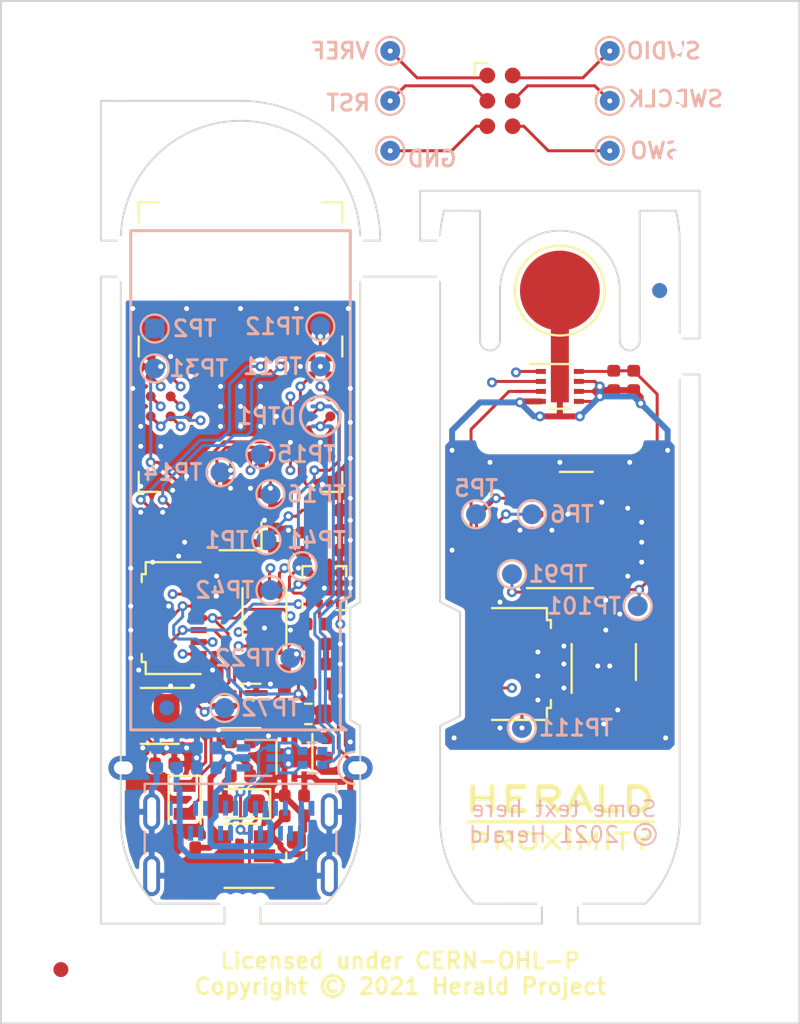
<source format=kicad_pcb>
(kicad_pcb (version 20171130) (host pcbnew "(5.1.6-0)")
  (title_block (title "Herald Bluetooth Wearable Beacon") (company "Herald Project") (comment 1 "© 2021 Herald Project Contributors") (comment 2 "Licensed under CERN-OHL-P version 2"))
  (layers (0 F.Cu signal) (1 In1.Cu signal) (2 In2.Cu signal) (31 B.Cu signal) (34 B.Paste user) (35 F.Paste user) (36 B.SilkS user) (37 F.SilkS user) (38 B.Mask user) (39 F.Mask user) (44 Edge.Cuts user))
  (net 0 "")
  (net 1 VBUS)
  (net 2 GND)
  (net 3 VDD)
  (net 4 "/Core Board/NFC1")
  (net 5 "/Core Board/NFC2")
  (net 6 +BATT)
  (net 7 "/Core Board/BT_STAT")
  (net 8 "Net-(D1-Pad4)")
  (net 9 "Net-(D1-Pad3)")
  (net 10 "Net-(D1-Pad2)")
  (net 11 "Net-(D2-Pad2)")
  (net 12 "/Core Board/CH_STAT")
  (net 13 Earth)
  (net 14 "Net-(J1-PadB8)")
  (net 15 "Net-(J1-PadA7)")
  (net 16 "Net-(J1-PadA6)")
  (net 17 "Net-(J1-PadB5)")
  (net 18 "Net-(J1-PadA8)")
  (net 19 "Net-(J1-PadA5)")
  (net 20 "/Core Board/SDA")
  (net 21 "/Core Board/SCL")
  (net 22 "/Core Board/BIO_INT")
  (net 23 "/Core Board/TMP_INT")
  (net 24 "Net-(L31-Pad2)")
  (net 25 "/Core Board/LED_B")
  (net 26 "/Core Board/LED_G")
  (net 27 "/Core Board/LED_R")
  (net 28 "Net-(R21-Pad1)")
  (net 29 "Net-(R41-Pad2)")
  (net 30 "/Core Board/LS_INT")
  (net 31 "/Core Board/FLASH_RST")
  (net 32 "/Core Board/FLASH_WP")
  (net 33 "/Core Board/USB_D+")
  (net 34 "/Core Board/USB_D-")
  (net 35 "/Core Board/SWDIO")
  (net 36 "/Core Board/SWDCLK")
  (net 37 "/Core Board/MISO")
  (net 38 "/Core Board/MOSI")
  (net 39 "/Core Board/SCLK")
  (net 40 "/Core Board/ACC_INT1")
  (net 41 "/Core Board/ACC_INT2")
  (net 42 "/Core Board/RTC_INT")
  (net 43 "/Core Board/FLASH_CS")
  (net 44 "Net-(U4-Pad3)")
  (net 45 "Net-(U5-Pad5)")
  (net 46 "Net-(U7-Pad2)")
  (net 47 "Net-(U7-Pad1)")
  (net 48 GNDPWR)
  (net 49 "Net-(U8-Pad4)")
  (net 50 "Net-(U8-Pad6)")
  (net 51 "Net-(U7-Pad8)")
  (net 52 "Net-(U7-PadEP)")
  (net 53 "Net-(U7-Pad9)")
  (net 54 GND1)
  (net 55 +1V8)
  (net 56 Vdrive)
  (net 57 VDD1)
  (net 58 "Net-(J3-Pad2)")
  (net 59 "/Extension Board/TMP_INT")
  (net 60 "/Extension Board/BIO_INT")
  (net 61 "/Extension Board/SCL")
  (net 62 "/Extension Board/SDA")
  (net 63 "Net-(J3-Pad1)")
  (net 64 "Net-(U9-Pad14)")
  (net 65 "Net-(U9-Pad8)")
  (net 66 "Net-(U9-Pad7)")
  (net 67 "Net-(U9-Pad6)")
  (net 68 "Net-(U9-Pad5)")
  (net 69 "Net-(U9-Pad1)")
  (net 70 "Net-(U10-Pad4)")
  (net 71 "/Extension Board/TC_SWO")
  (net 72 "/Extension Board/TC_GND")
  (net 73 "/Extension Board/TC_SWDCLK")
  (net 74 "/Extension Board/TC_RESET")
  (net 75 "/Extension Board/TC_SWDIO")
  (net 76 "/Extension Board/TC_VREF")
  (module TestPoint:TestPoint_Pad_D1.0mm (layer B.Cu) (at 168.5 81)
    (fp_text reference TP406 hide)
    (fp_text value TestPoint hide)
    (pad 1 smd circle (at 0 0) (size 1 1) (layers B.Cu B.Mask) (net 71 "/Extension Board/TC_SWO"))
  )
  (module TestPoint:TestPoint_Pad_D1.0mm (layer B.Cu) (at 157.5 81)
    (fp_text reference TP405 hide)
    (fp_text value TestPoint hide)
    (pad 1 smd circle (at 0 0) (size 1 1) (layers B.Cu B.Mask) (net 72 "/Extension Board/TC_GND"))
  )
  (module TestPoint:TestPoint_Pad_D1.0mm (layer B.Cu) (at 168.5 78.5)
    (fp_text reference TP404 hide)
    (fp_text value TestPoint hide)
    (pad 1 smd circle (at 0 0) (size 1 1) (layers B.Cu B.Mask) (net 73 "/Extension Board/TC_SWDCLK"))
  )
  (module TestPoint:TestPoint_Pad_D1.0mm (layer B.Cu) (at 157.5 78.5)
    (fp_text reference TP403 hide)
    (fp_text value TestPoint hide)
    (pad 1 smd circle (at 0 0) (size 1 1) (layers B.Cu B.Mask) (net 74 "/Extension Board/TC_RESET"))
  )
  (module TestPoint:TestPoint_Pad_D1.0mm (layer B.Cu) (at 168.5 76)
    (fp_text reference TP402 hide)
    (fp_text value TestPoint hide)
    (pad 1 smd circle (at 0 0) (size 1 1) (layers B.Cu B.Mask) (net 75 "/Extension Board/TC_SWDIO"))
  )
  (module TestPoint:TestPoint_Pad_D1.0mm (layer B.Cu) (at 157.5 76)
    (fp_text reference TP401 hide)
    (fp_text value TestPoint hide)
    (pad 1 smd circle (at 0 0) (size 1 1) (layers B.Cu B.Mask) (net 76 "/Extension Board/TC_VREF"))
  )
  (module Connector:Tag-Connect_TC2030-IDC-FP_2x03_P1.27mm_Vertical (layer F.Cu) (at 163 78.5 270)
    (fp_text reference J4 hide)
    (fp_text value TagConnect)
    (pad 6 connect circle (at 1.27 -0.635 270) (size 0.7874 0.7874) (layers F.Cu F.Mask) (net 71 "/Extension Board/TC_SWO"))
    (pad 5 connect circle (at 1.27 0.635 270) (size 0.7874 0.7874) (layers F.Cu F.Mask) (net 72 "/Extension Board/TC_GND"))
    (pad 4 connect circle (at 0 -0.635 270) (size 0.7874 0.7874) (layers F.Cu F.Mask) (net 73 "/Extension Board/TC_SWDCLK"))
    (pad 3 connect circle (at 0 0.635 270) (size 0.7874 0.7874) (layers F.Cu F.Mask) (net 74 "/Extension Board/TC_RESET"))
    (pad 2 connect circle (at -1.27 -0.635 270) (size 0.7874 0.7874) (layers F.Cu F.Mask) (net 75 "/Extension Board/TC_SWDIO"))
    (pad 1 connect circle (at -1.27 0.635 270) (size 0.7874 0.7874) (layers F.Cu F.Mask) (net 76 "/Extension Board/TC_VREF"))
    (pad "" np_thru_hole circle (at -2.54 0 270) (size 0.9906 0.9906) (drill 0.9906) (layers *.Cu *.Mask))
    (pad "" np_thru_hole circle (at 2.54 1.016 270) (size 0.9906 0.9906) (drill 0.9906) (layers *.Cu *.Mask))
    (pad "" np_thru_hole circle (at 2.54 -1.016 270) (size 0.9906 0.9906) (drill 0.9906) (layers *.Cu *.Mask))
    (pad "" np_thru_hole circle (at 0.635 2.54 270) (size 2.3749 2.3749) (drill 2.3749) (layers *.Cu *.Mask))
    (pad "" np_thru_hole circle (at 0.635 -2.54 270) (size 2.3749 2.3749) (drill 2.3749) (layers *.Cu *.Mask))
    (pad "" np_thru_hole circle (at -2.54 -2.54 270) (size 2.3749 2.3749) (drill 2.3749) (layers *.Cu *.Mask))
    (pad "" np_thru_hole circle (at -2.54 2.54 270) (size 2.3749 2.3749) (drill 2.3749) (layers *.Cu *.Mask))
  )
  (module Herald_Extras:MouseBites_4x0.5mm (layer F.Cu) (at 171.9 74.9 90)
    (fp_text reference REF** hide)
    (fp_text value MouseBites_4x0.5mm hide)
    (pad "" np_thru_hole circle (at 0.9 0 90) (size 0.5 0.5) (drill 0.5) (layers *.Cu *.Mask))
    (pad "" np_thru_hole circle (at -0.9 0 90) (size 0.5 0.5) (drill 0.5) (layers *.Cu *.Mask))
    (pad "" np_thru_hole circle (at 0.3 0 90) (size 0.5 0.5) (drill 0.5) (layers *.Cu *.Mask))
    (pad "" np_thru_hole circle (at -0.3 0 90) (size 0.5 0.5) (drill 0.5) (layers *.Cu *.Mask))
  )
  (module Herald_Extras:MouseBites_4x0.5mm (layer F.Cu) (at 171.9 76.8 90)
    (fp_text reference REF** hide)
    (fp_text value MouseBites_4x0.5mm hide)
    (pad "" np_thru_hole circle (at -0.3 0 90) (size 0.5 0.5) (drill 0.5) (layers *.Cu *.Mask))
    (pad "" np_thru_hole circle (at 0.3 0 90) (size 0.5 0.5) (drill 0.5) (layers *.Cu *.Mask))
    (pad "" np_thru_hole circle (at -0.9 0 90) (size 0.5 0.5) (drill 0.5) (layers *.Cu *.Mask))
    (pad "" np_thru_hole circle (at 0.9 0 90) (size 0.5 0.5) (drill 0.5) (layers *.Cu *.Mask))
  )
  (module Herald_Extras:MouseBites_4x0.5mm (layer F.Cu) (at 171.9 79.2 90)
    (fp_text reference REF** hide)
    (fp_text value MouseBites_4x0.5mm hide)
    (pad "" np_thru_hole circle (at 0.9 0 90) (size 0.5 0.5) (drill 0.5) (layers *.Cu *.Mask))
    (pad "" np_thru_hole circle (at -0.9 0 90) (size 0.5 0.5) (drill 0.5) (layers *.Cu *.Mask))
    (pad "" np_thru_hole circle (at 0.3 0 90) (size 0.5 0.5) (drill 0.5) (layers *.Cu *.Mask))
    (pad "" np_thru_hole circle (at -0.3 0 90) (size 0.5 0.5) (drill 0.5) (layers *.Cu *.Mask))
  )
  (module Herald_Extras:MouseBites_4x0.5mm (layer F.Cu) (at 171.9 81.6 90)
    (fp_text reference REF** hide)
    (fp_text value MouseBites_4x0.5mm hide)
    (pad "" np_thru_hole circle (at -0.3 0 90) (size 0.5 0.5) (drill 0.5) (layers *.Cu *.Mask))
    (pad "" np_thru_hole circle (at 0.3 0 90) (size 0.5 0.5) (drill 0.5) (layers *.Cu *.Mask))
    (pad "" np_thru_hole circle (at -0.9 0 90) (size 0.5 0.5) (drill 0.5) (layers *.Cu *.Mask))
    (pad "" np_thru_hole circle (at 0.9 0 90) (size 0.5 0.5) (drill 0.5) (layers *.Cu *.Mask))
  )
  (module Herald_Extras:MouseBites_4x0.5mm (layer F.Cu) (at 171.9 123.4 90)
    (fp_text reference REF** hide)
    (fp_text value MouseBites_4x0.5mm hide)
    (pad "" np_thru_hole circle (at 0.9 0 90) (size 0.5 0.5) (drill 0.5) (layers *.Cu *.Mask))
    (pad "" np_thru_hole circle (at -0.9 0 90) (size 0.5 0.5) (drill 0.5) (layers *.Cu *.Mask))
    (pad "" np_thru_hole circle (at 0.3 0 90) (size 0.5 0.5) (drill 0.5) (layers *.Cu *.Mask))
    (pad "" np_thru_hole circle (at -0.3 0 90) (size 0.5 0.5) (drill 0.5) (layers *.Cu *.Mask))
  )
  (module Herald_Extras:MouseBites_4x0.5mm (layer F.Cu) (at 144.1 123.4 90)
    (fp_text reference REF** hide)
    (fp_text value MouseBites_4x0.5mm hide)
    (pad "" np_thru_hole circle (at -0.3 0 90) (size 0.5 0.5) (drill 0.5) (layers *.Cu *.Mask))
    (pad "" np_thru_hole circle (at 0.3 0 90) (size 0.5 0.5) (drill 0.5) (layers *.Cu *.Mask))
    (pad "" np_thru_hole circle (at -0.9 0 90) (size 0.5 0.5) (drill 0.5) (layers *.Cu *.Mask))
    (pad "" np_thru_hole circle (at 0.9 0 90) (size 0.5 0.5) (drill 0.5) (layers *.Cu *.Mask))
  )
  (module Herald_Extras:MouseBites_4x0.5mm (layer F.Cu) (at 144.1 121 90)
    (fp_text reference REF** hide)
    (fp_text value MouseBites_4x0.5mm hide)
    (pad "" np_thru_hole circle (at 0.9 0 90) (size 0.5 0.5) (drill 0.5) (layers *.Cu *.Mask))
    (pad "" np_thru_hole circle (at -0.9 0 90) (size 0.5 0.5) (drill 0.5) (layers *.Cu *.Mask))
    (pad "" np_thru_hole circle (at 0.3 0 90) (size 0.5 0.5) (drill 0.5) (layers *.Cu *.Mask))
    (pad "" np_thru_hole circle (at -0.3 0 90) (size 0.5 0.5) (drill 0.5) (layers *.Cu *.Mask))
  )
  (module Herald_Extras:MouseBites_4x0.5mm (layer F.Cu) (at 144.1 86.4 90)
    (fp_text reference REF** hide)
    (fp_text value MouseBites_4x0.5mm hide)
    (pad "" np_thru_hole circle (at -0.3 0 90) (size 0.5 0.5) (drill 0.5) (layers *.Cu *.Mask))
    (pad "" np_thru_hole circle (at 0.3 0 90) (size 0.5 0.5) (drill 0.5) (layers *.Cu *.Mask))
    (pad "" np_thru_hole circle (at -0.9 0 90) (size 0.5 0.5) (drill 0.5) (layers *.Cu *.Mask))
    (pad "" np_thru_hole circle (at 0.9 0 90) (size 0.5 0.5) (drill 0.5) (layers *.Cu *.Mask))
  )
  (module Herald_Extras:MouseBites_4x0.5mm (layer F.Cu) (at 144.1 74.8 90)
    (fp_text reference REF** hide)
    (fp_text value MouseBites_4x0.5mm hide)
    (pad "" np_thru_hole circle (at -0.3 0 90) (size 0.5 0.5) (drill 0.5) (layers *.Cu *.Mask))
    (pad "" np_thru_hole circle (at 0.3 0 90) (size 0.5 0.5) (drill 0.5) (layers *.Cu *.Mask))
    (pad "" np_thru_hole circle (at -0.9 0 90) (size 0.5 0.5) (drill 0.5) (layers *.Cu *.Mask))
    (pad "" np_thru_hole circle (at 0.9 0 90) (size 0.5 0.5) (drill 0.5) (layers *.Cu *.Mask))
  )
  (module Herald_Extras:MouseBites_4x0.5mm (layer F.Cu) (at 166 118.6 180)
    (fp_text reference REF** hide)
    (fp_text value MouseBites_4x0.5mm hide)
    (pad "" np_thru_hole circle (at -0.3 0 180) (size 0.5 0.5) (drill 0.5) (layers *.Cu *.Mask))
    (pad "" np_thru_hole circle (at 0.3 0 180) (size 0.5 0.5) (drill 0.5) (layers *.Cu *.Mask))
    (pad "" np_thru_hole circle (at -0.9 0 180) (size 0.5 0.5) (drill 0.5) (layers *.Cu *.Mask))
    (pad "" np_thru_hole circle (at 0.9 0 180) (size 0.5 0.5) (drill 0.5) (layers *.Cu *.Mask))
  )
  (module Herald_Extras:MouseBites_4x0.5mm (layer F.Cu) (at 150.1 118.6 180)
    (fp_text reference REF** hide)
    (fp_text value MouseBites_4x0.5mm hide)
    (pad "" np_thru_hole circle (at 0.9 0 180) (size 0.5 0.5) (drill 0.5) (layers *.Cu *.Mask))
    (pad "" np_thru_hole circle (at -0.9 0 180) (size 0.5 0.5) (drill 0.5) (layers *.Cu *.Mask))
    (pad "" np_thru_hole circle (at 0.3 0 180) (size 0.5 0.5) (drill 0.5) (layers *.Cu *.Mask))
    (pad "" np_thru_hole circle (at -0.3 0 180) (size 0.5 0.5) (drill 0.5) (layers *.Cu *.Mask))
  )
  (module Herald_Extras:MouseBites_4x0.5mm (layer F.Cu) (at 144.1 77.2 90)
    (fp_text reference REF** hide)
    (fp_text value MouseBites_4x0.5mm hide)
    (pad "" np_thru_hole circle (at 0.9 0 90) (size 0.5 0.5) (drill 0.5) (layers *.Cu *.Mask))
    (pad "" np_thru_hole circle (at -0.9 0 90) (size 0.5 0.5) (drill 0.5) (layers *.Cu *.Mask))
    (pad "" np_thru_hole circle (at 0.3 0 90) (size 0.5 0.5) (drill 0.5) (layers *.Cu *.Mask))
    (pad "" np_thru_hole circle (at -0.3 0 90) (size 0.5 0.5) (drill 0.5) (layers *.Cu *.Mask))
  )
  (module Herald_Extras:MouseBites_4x0.5mm (layer F.Cu) (at 171.9 121 90)
    (fp_text reference REF** hide)
    (fp_text value MouseBites_4x0.5mm hide)
    (pad "" np_thru_hole circle (at -0.3 0 90) (size 0.5 0.5) (drill 0.5) (layers *.Cu *.Mask))
    (pad "" np_thru_hole circle (at 0.3 0 90) (size 0.5 0.5) (drill 0.5) (layers *.Cu *.Mask))
    (pad "" np_thru_hole circle (at -0.9 0 90) (size 0.5 0.5) (drill 0.5) (layers *.Cu *.Mask))
    (pad "" np_thru_hole circle (at 0.9 0 90) (size 0.5 0.5) (drill 0.5) (layers *.Cu *.Mask))
  )
  (module Herald_Extras:MouseBites_4x0.5mm (layer F.Cu) (at 171.9 91.3 90)
    (fp_text reference REF** hide)
    (fp_text value MouseBites_4x0.5mm hide)
    (pad "" np_thru_hole circle (at 0.9 0 90) (size 0.5 0.5) (drill 0.5) (layers *.Cu *.Mask))
    (pad "" np_thru_hole circle (at -0.9 0 90) (size 0.5 0.5) (drill 0.5) (layers *.Cu *.Mask))
    (pad "" np_thru_hole circle (at 0.3 0 90) (size 0.5 0.5) (drill 0.5) (layers *.Cu *.Mask))
    (pad "" np_thru_hole circle (at -0.3 0 90) (size 0.5 0.5) (drill 0.5) (layers *.Cu *.Mask))
  )
  (module Herald_Extras:MouseBites_4x0.5mm (layer F.Cu) (at 160.1 86.4 90)
    (fp_text reference REF** hide)
    (fp_text value MouseBites_4x0.5mm hide)
    (pad "" np_thru_hole circle (at -0.3 0 90) (size 0.5 0.5) (drill 0.5) (layers *.Cu *.Mask))
    (pad "" np_thru_hole circle (at 0.3 0 90) (size 0.5 0.5) (drill 0.5) (layers *.Cu *.Mask))
    (pad "" np_thru_hole circle (at -0.9 0 90) (size 0.5 0.5) (drill 0.5) (layers *.Cu *.Mask))
    (pad "" np_thru_hole circle (at 0.9 0 90) (size 0.5 0.5) (drill 0.5) (layers *.Cu *.Mask))
  )
  (module Herald_Extras:MouseBites_4x0.5mm (layer F.Cu) (at 155.9 86.4 90)
    (fp_text reference REF** hide)
    (fp_text value MouseBites_4x0.5mm hide)
    (pad "" np_thru_hole circle (at 0.9 0 90) (size 0.5 0.5) (drill 0.5) (layers *.Cu *.Mask))
    (pad "" np_thru_hole circle (at -0.9 0 90) (size 0.5 0.5) (drill 0.5) (layers *.Cu *.Mask))
    (pad "" np_thru_hole circle (at 0.3 0 90) (size 0.5 0.5) (drill 0.5) (layers *.Cu *.Mask))
    (pad "" np_thru_hole circle (at -0.3 0 90) (size 0.5 0.5) (drill 0.5) (layers *.Cu *.Mask))
  )
  (module Herald_Extras:SOT-563 (layer B.Cu) (at 150.9 111.4 180)
    (fp_text reference U8 hide)
    (fp_text value DT1446-04V)
    (pad 5 smd rect (at 0.75 0 180) (size 0.7 0.375) (layers B.Cu B.Paste B.Mask) (net 1 VBUS))
    (pad 4 smd rect (at 0.75 -0.5 180) (size 0.7 0.375) (layers B.Cu B.Paste B.Mask) (net 49 "Net-(U8-Pad4)"))
    (pad 2 smd rect (at -0.75 0 180) (size 0.7 0.375) (layers B.Cu B.Paste B.Mask) (net 2 GND))
    (pad 6 smd rect (at 0.75 0.5 180) (size 0.7 0.375) (layers B.Cu B.Paste B.Mask) (net 50 "Net-(U8-Pad6)"))
    (pad 3 smd rect (at -0.75 -0.5 180) (size 0.7 0.375) (layers B.Cu B.Paste B.Mask) (net 16 "Net-(J1-PadA6)"))
    (pad 1 smd rect (at -0.75 0.5 180) (size 0.7 0.375) (layers B.Cu B.Paste B.Mask) (net 15 "Net-(J1-PadA7)"))
  )
  (module Herald_Extras:MillSlot_8.0x1.0mm (layer F.Cu) (at 166 95.5)
    (fp_text reference H2 hide)
    (fp_text value ThermalSlot)
    (pad "" np_thru_hole oval (at 0 0) (size 8 1) (drill oval 8 1) (layers *.Cu *.Mask))
  )
  (module TestPoint:TestPoint_Pad_D4.0mm (layer F.Cu) (at 166 88)
    (fp_text reference TP112 hide)
    (fp_text value ThPad)
    (pad 1 smd circle (at 0 0) (size 4 4) (layers F.Cu F.Mask) (net 54 GND1))
  )
  (module Herald_Extras:USON-8-1EP_2x3mm_P0.5mm_EP0.25x1.65mm (layer F.Cu) (at 151.2 104.4 90)
    (fp_text reference U6 hide)
    (fp_text value MX25R8035FZxxx0)
    (pad EP smd custom (at 0 0 90) (size 0.24 1.4) (layers F.Cu F.Paste F.Mask) (net 2 GND) (options (clearance outline) (anchor rect)) (primitives (gr_poly (pts (xy -0.12 0.82) (xy 0.12 0.82) (xy 0.12 -0.82) (xy 0 -0.82) (xy -0.12 -0.7)) (width 0))))
    (pad 8 smd roundrect (at 1.4 -0.75 90) (size 0.9 0.3) (layers F.Cu F.Paste F.Mask) (roundrect_rratio 0.5) (net 3 VDD))
    (pad 7 smd roundrect (at 1.4 -0.25 90) (size 0.9 0.3) (layers F.Cu F.Paste F.Mask) (roundrect_rratio 0.5) (net 31 "/Core Board/FLASH_RST"))
    (pad 6 smd roundrect (at 1.4 0.25 90) (size 0.9 0.3) (layers F.Cu F.Paste F.Mask) (roundrect_rratio 0.5) (net 39 "/Core Board/SCLK"))
    (pad 5 smd roundrect (at 1.4 0.75 90) (size 0.9 0.3) (layers F.Cu F.Paste F.Mask) (roundrect_rratio 0.5) (net 38 "/Core Board/MOSI"))
    (pad 4 smd roundrect (at -1.4 0.75 90) (size 0.9 0.3) (layers F.Cu F.Paste F.Mask) (roundrect_rratio 0.5) (net 2 GND))
    (pad 3 smd roundrect (at -1.4 0.25 90) (size 0.9 0.3) (layers F.Cu F.Paste F.Mask) (roundrect_rratio 0.5) (net 32 "/Core Board/FLASH_WP"))
    (pad 2 smd roundrect (at -1.4 -0.25 90) (size 0.9 0.3) (layers F.Cu F.Paste F.Mask) (roundrect_rratio 0.5) (net 37 "/Core Board/MISO"))
    (pad 1 smd roundrect (at -1.4 -0.75 90) (size 0.9 0.3) (layers F.Cu F.Paste F.Mask) (roundrect_rratio 0.5) (net 43 "/Core Board/FLASH_CS"))
  )
  (module Herald_Extras:Fanstel_BC833x (layer F.Cu) (at 150 96.1)
    (fp_text reference U1 hide)
    (fp_text value BC833)
    (pad 28 smd circle (at -0.5 -1.8) (size 0.5 0.5) (layers F.Cu F.Paste F.Mask) (net 2 GND))
    (pad 27 smd circle (at -0.5 -2.8) (size 0.5 0.5) (layers F.Cu F.Paste F.Mask) (net 2 GND))
    (pad 26 smd circle (at 0.5 -1.8) (size 0.5 0.5) (layers F.Cu F.Paste F.Mask) (net 2 GND))
    (pad 25 smd circle (at 0.5 -2.8) (size 0.5 0.5) (layers F.Cu F.Paste F.Mask) (net 2 GND))
    (pad 24 smd circle (at 1.5 -4.8) (size 0.5 0.5) (layers F.Cu F.Paste F.Mask) (net 5 "/Core Board/NFC2"))
    (pad 23 smd circle (at 2.5 -4.8) (size 0.5 0.5) (layers F.Cu F.Paste F.Mask) (net 4 "/Core Board/NFC1"))
    (pad 22 smd circle (at 3.5 -4.8) (size 0.5 0.5) (layers F.Cu F.Paste F.Mask) (net 36 "/Core Board/SWDCLK"))
    (pad 21 smd circle (at 3.5 -3.8) (size 0.5 0.5) (layers F.Cu F.Paste F.Mask) (net 25 "/Core Board/LED_B"))
    (pad 20 smd circle (at 3.5 -2.8) (size 0.5 0.5) (layers F.Cu F.Paste F.Mask) (net 27 "/Core Board/LED_R"))
    (pad 19 smd circle (at 3.5 -1.8) (size 0.5 0.5) (layers F.Cu F.Paste F.Mask) (net 33 "/Core Board/USB_D+"))
    (pad 18 smd circle (at 4.5 -4.8) (size 0.5 0.5) (layers F.Cu F.Paste F.Mask) (net 35 "/Core Board/SWDIO"))
    (pad 17 smd circle (at 4.5 -3.8) (size 0.5 0.5) (layers F.Cu F.Paste F.Mask) (net 40 "/Core Board/ACC_INT1"))
    (pad 16 smd circle (at 4.5 -2.8) (size 0.5 0.5) (layers F.Cu F.Paste F.Mask) (net 26 "/Core Board/LED_G"))
    (pad 15 smd circle (at 4.5 -1.8) (size 0.5 0.5) (layers F.Cu F.Paste F.Mask) (net 34 "/Core Board/USB_D-"))
    (pad 14 smd circle (at 4.5 0.2) (size 0.5 0.5) (layers F.Cu F.Paste F.Mask) (net 1 VBUS))
    (pad 13 smd circle (at 3.5 0.2) (size 0.5 0.5) (layers F.Cu F.Paste F.Mask) (net 1 VBUS))
    (pad 12 smd circle (at 2.5 0.2) (size 0.5 0.5) (layers F.Cu F.Paste F.Mask) (net 21 "/Core Board/SCL"))
    (pad 11 smd circle (at 1.5 0.2) (size 0.5 0.5) (layers F.Cu F.Paste F.Mask) (net 39 "/Core Board/SCLK"))
    (pad 10 smd circle (at 0.5 0.2) (size 0.5 0.5) (layers F.Cu F.Paste F.Mask) (net 38 "/Core Board/MOSI"))
    (pad 9 smd circle (at -0.5 0.2) (size 0.5 0.5) (layers F.Cu F.Paste F.Mask) (net 37 "/Core Board/MISO"))
    (pad 8 smd circle (at -3.5 -1.8) (size 0.5 0.5) (layers F.Cu F.Paste F.Mask) (net 20 "/Core Board/SDA"))
    (pad 7 smd circle (at -3.5 -2.8) (size 0.5 0.5) (layers F.Cu F.Paste F.Mask) (net 43 "/Core Board/FLASH_CS"))
    (pad 6 smd circle (at -3.5 -3.8) (size 0.5 0.5) (layers F.Cu F.Paste F.Mask) (net 7 "/Core Board/BT_STAT"))
    (pad 4 smd circle (at -4.5 -1.8) (size 0.5 0.5) (layers F.Cu F.Paste F.Mask) (net 41 "/Core Board/ACC_INT2"))
    (pad 5 smd circle (at -4.5 -0.8) (size 0.5 0.5) (layers F.Cu F.Paste F.Mask) (net 2 GND))
    (pad 3 smd circle (at -4.5 -2.8) (size 0.5 0.5) (layers F.Cu F.Paste F.Mask) (net 42 "/Core Board/RTC_INT"))
    (pad 2 smd circle (at -4.5 -3.8) (size 0.5 0.5) (layers F.Cu F.Paste F.Mask) (net 22 "/Core Board/BIO_INT"))
    (pad 1 smd circle (at -4.5 -4.8) (size 0.5 0.5) (layers F.Cu F.Paste F.Mask) (net 3 VDD))
  )
  (module Resistor_SMD:R_0402_1005Metric (layer F.Cu) (at 154 107.7 180)
    (fp_text reference R23 hide)
    (fp_text value 6.8M)
    (pad 2 smd roundrect (at 0.485 0 180) (size 0.59 0.64) (layers F.Cu F.Paste F.Mask) (net 7 "/Core Board/BT_STAT"))
    (pad 1 smd roundrect (at -0.485 0 180) (size 0.59 0.64) (layers F.Cu F.Paste F.Mask) (net 6 +BATT))
  )
  (module Resistor_SMD:R_0402_1005Metric (layer F.Cu) (at 150.7 107 180)
    (fp_text reference R62 hide)
    (fp_text value 10k)
    (pad 2 smd roundrect (at 0.485 0 180) (size 0.59 0.64) (layers F.Cu F.Paste F.Mask) (net 32 "/Core Board/FLASH_WP"))
    (pad 1 smd roundrect (at -0.485 0 180) (size 0.59 0.64) (layers F.Cu F.Paste F.Mask) (net 3 VDD))
  )
  (module Resistor_SMD:R_0402_1005Metric (layer F.Cu) (at 150.2 101.8)
    (fp_text reference R61 hide)
    (fp_text value 10k)
    (pad 2 smd roundrect (at 0.485 0) (size 0.59 0.64) (layers F.Cu F.Paste F.Mask) (net 31 "/Core Board/FLASH_RST"))
    (pad 1 smd roundrect (at -0.485 0) (size 0.59 0.64) (layers F.Cu F.Paste F.Mask) (net 3 VDD))
  )
  (module Resistor_SMD:R_0402_1005Metric (layer F.Cu) (at 152.2 107.5 270)
    (fp_text reference R51 hide)
    (fp_text value 10k)
    (pad 2 smd roundrect (at 0.485 0 270) (size 0.59 0.64) (layers F.Cu F.Paste F.Mask) (net 30 "/Core Board/LS_INT"))
    (pad 1 smd roundrect (at -0.485 0 270) (size 0.59 0.64) (layers F.Cu F.Paste F.Mask) (net 3 VDD))
  )
  (module Resistor_SMD:R_0402_1005Metric (layer F.Cu) (at 153.8 104.7)
    (fp_text reference R41 hide)
    (fp_text value 10k)
    (pad 2 smd roundrect (at 0.485 0) (size 0.59 0.64) (layers F.Cu F.Paste F.Mask) (net 29 "Net-(R41-Pad2)"))
    (pad 1 smd roundrect (at -0.485 0) (size 0.59 0.64) (layers F.Cu F.Paste F.Mask) (net 3 VDD))
  )
  (module Resistor_SMD:R_0402_1005Metric (layer F.Cu) (at 153.8 105.7)
    (fp_text reference R24 hide)
    (fp_text value 10M)
    (pad 2 smd roundrect (at 0.485 0) (size 0.59 0.64) (layers F.Cu F.Paste F.Mask) (net 2 GND))
    (pad 1 smd roundrect (at -0.485 0) (size 0.59 0.64) (layers F.Cu F.Paste F.Mask) (net 7 "/Core Board/BT_STAT"))
  )
  (module Resistor_SMD:R_0402_1005Metric (layer F.Cu) (at 150 112.3)
    (fp_text reference R22 hide)
    (fp_text value Tune)
    (pad 2 smd roundrect (at 0.485 0) (size 0.59 0.64) (layers F.Cu F.Paste F.Mask) (net 1 VBUS))
    (pad 1 smd roundrect (at -0.485 0) (size 0.59 0.64) (layers F.Cu F.Paste F.Mask) (net 11 "Net-(D2-Pad2)"))
  )
  (module Resistor_SMD:R_0402_1005Metric (layer F.Cu) (at 147.25 117.25 180)
    (fp_text reference R21 hide)
    (fp_text value 10k)
    (pad 2 smd roundrect (at 0.485 0 180) (size 0.59 0.64) (layers F.Cu F.Paste F.Mask) (net 2 GND))
    (pad 1 smd roundrect (at -0.485 0 180) (size 0.59 0.64) (layers F.Cu F.Paste F.Mask) (net 28 "Net-(R21-Pad1)"))
  )
  (module Resistor_SMD:R_0402_1005Metric (layer F.Cu) (at 151.2 98.9 180)
    (fp_text reference R3 hide)
    (fp_text value Tune)
    (pad 2 smd roundrect (at 0.485 0 180) (size 0.59 0.64) (layers F.Cu F.Paste F.Mask) (net 10 "Net-(D1-Pad2)"))
    (pad 1 smd roundrect (at -0.485 0 180) (size 0.59 0.64) (layers F.Cu F.Paste F.Mask) (net 27 "/Core Board/LED_R"))
  )
  (module Resistor_SMD:R_0402_1005Metric (layer F.Cu) (at 148.3 100.3 270)
    (fp_text reference R2 hide)
    (fp_text value Tune)
    (pad 2 smd roundrect (at 0.485 0 270) (size 0.59 0.64) (layers F.Cu F.Paste F.Mask) (net 8 "Net-(D1-Pad4)"))
    (pad 1 smd roundrect (at -0.485 0 270) (size 0.59 0.64) (layers F.Cu F.Paste F.Mask) (net 26 "/Core Board/LED_G"))
  )
  (module Resistor_SMD:R_0402_1005Metric (layer F.Cu) (at 149.3 98.9)
    (fp_text reference R1 hide)
    (fp_text value Tune)
    (pad 2 smd roundrect (at 0.485 0) (size 0.59 0.64) (layers F.Cu F.Paste F.Mask) (net 9 "Net-(D1-Pad3)"))
    (pad 1 smd roundrect (at -0.485 0) (size 0.59 0.64) (layers F.Cu F.Paste F.Mask) (net 25 "/Core Board/LED_B"))
  )
  (module Package_LGA:LGA-12_2x2mm_P0.5mm (layer F.Cu) (at 154.2 102.9 90)
    (fp_text reference U4 hide)
    (fp_text value LIS2DE12)
    (pad 12 smd rect (at -0.25 -0.7625 180) (size 0.375 0.35) (layers F.Cu F.Paste F.Mask) (net 40 "/Core Board/ACC_INT1"))
    (pad 11 smd rect (at 0.25 -0.7625 180) (size 0.375 0.35) (layers F.Cu F.Paste F.Mask) (net 41 "/Core Board/ACC_INT2"))
    (pad 6 smd rect (at 0.25 0.7625 180) (size 0.375 0.35) (layers F.Cu F.Paste F.Mask) (net 2 GND))
    (pad 5 smd rect (at -0.25 0.7625 180) (size 0.375 0.35) (layers F.Cu F.Paste F.Mask) (net 2 GND))
    (pad 10 smd rect (at 0.7625 -0.75 90) (size 0.375 0.35) (layers F.Cu F.Paste F.Mask) (net 3 VDD))
    (pad 1 smd rect (at -0.7625 -0.75 90) (size 0.375 0.35) (layers F.Cu F.Paste F.Mask) (net 21 "/Core Board/SCL"))
    (pad 7 smd rect (at 0.7625 0.75 90) (size 0.375 0.35) (layers F.Cu F.Paste F.Mask) (net 2 GND))
    (pad 4 smd rect (at -0.7625 0.75 90) (size 0.375 0.35) (layers F.Cu F.Paste F.Mask) (net 20 "/Core Board/SDA"))
    (pad 8 smd rect (at 0.7625 0.25 90) (size 0.375 0.35) (layers F.Cu F.Paste F.Mask) (net 2 GND))
    (pad 9 smd rect (at 0.7625 -0.25 90) (size 0.375 0.35) (layers F.Cu F.Paste F.Mask) (net 3 VDD))
    (pad 3 smd rect (at -0.7625 0.25 90) (size 0.375 0.35) (layers F.Cu F.Paste F.Mask) (net 44 "Net-(U4-Pad3)"))
    (pad 2 smd rect (at -0.7625 -0.25 90) (size 0.375 0.35) (layers F.Cu F.Paste F.Mask) (net 29 "Net-(R41-Pad2)"))
  )
  (module TestPoint:TestPoint_Pad_D1.0mm (layer B.Cu) (at 145.7 89.9)
    (fp_text reference TP2 (at 2 0) (layer B.SilkS) (effects (font (size 0.8 0.8)) (justify mirror)))
    (fp_text value GND)
    (pad 1 smd circle (at 0 0) (size 1 1) (layers B.Cu B.Mask) (net 2 GND))
  )
  (module TestPoint:TestPoint_Pad_D1.0mm (layer B.Cu) (at 151.3 100.5)
    (fp_text reference TP1 (at -2 0) (layer B.SilkS) (effects (font (size 0.8 0.8)) (justify mirror)))
    (fp_text value VBUS)
    (pad 1 smd circle (at 0 0) (size 1 1) (layers B.Cu B.Mask) (net 1 VBUS))
  )
  (module TestPoint:TestPoint_Pad_D1.0mm (layer B.Cu) (at 164.1 109.9)
    (fp_text reference TP111 (at 2.7 0) (layer B.SilkS) (effects (font (size 0.8 0.8)) (justify mirror)))
    (fp_text value TMPINT)
    (pad 1 smd circle (at 0 0) (size 1 1) (layers B.Cu B.Mask) (net 59 "/Extension Board/TMP_INT"))
  )
  (module TestPoint:TestPoint_Pad_D1.0mm (layer B.Cu) (at 169.9 103.8)
    (fp_text reference TP101 (at -2.7 0) (layer B.SilkS) (effects (font (size 0.8 0.8)) (justify mirror)))
    (fp_text value 1V8)
    (pad 1 smd circle (at 0 0) (size 1 1) (layers B.Cu B.Mask) (net 55 +1V8))
  )
  (module TestPoint:TestPoint_Pad_D1.0mm (layer B.Cu) (at 163.6 102.2)
    (fp_text reference TP91 (at 2.3 0) (layer B.SilkS) (effects (font (size 0.8 0.8)) (justify mirror)))
    (fp_text value BIOINT)
    (pad 1 smd circle (at 0 0) (size 1 1) (layers B.Cu B.Mask) (net 60 "/Extension Board/BIO_INT"))
  )
  (module TestPoint:TestPoint_Pad_D1.0mm (layer B.Cu) (at 164.6 99.2)
    (fp_text reference TP6 (at 2 0) (layer B.SilkS) (effects (font (size 0.8 0.8)) (justify mirror)))
    (fp_text value SDA)
    (pad 1 smd circle (at 0 0) (size 1 1) (layers B.Cu B.Mask) (net 62 "/Extension Board/SDA"))
  )
  (module TestPoint:TestPoint_Pad_D1.0mm (layer B.Cu) (at 161.8 99.2)
    (fp_text reference TP5 (at 0 -1.3) (layer B.SilkS) (effects (font (size 0.8 0.8)) (justify mirror)))
    (fp_text value SCL)
    (pad 1 smd circle (at 0 0) (size 1 1) (layers B.Cu B.Mask) (net 61 "/Extension Board/SCL"))
  )
  (module OptoDevice:Maxim_OLGA-14_3.3x5.6mm_P0.8mm (layer F.Cu) (at 166 100)
    (fp_text reference U9 hide)
    (fp_text value MAX30102)
    (pad 14 smd roundrect (at 1.2 -2.4) (size 0.75 0.35) (layers F.Cu F.Paste F.Mask) (net 64 "Net-(U9-Pad14)"))
    (pad 13 smd roundrect (at 1.2 -1.6) (size 0.75 0.35) (layers F.Cu F.Paste F.Mask) (net 60 "/Extension Board/BIO_INT"))
    (pad 12 smd roundrect (at 1.2 -0.8) (size 0.75 0.35) (layers F.Cu F.Paste F.Mask) (net 54 GND1))
    (pad 11 smd roundrect (at 1.2 0) (size 0.75 0.35) (layers F.Cu F.Paste F.Mask) (net 55 +1V8))
    (pad 10 smd roundrect (at 1.2 0.8) (size 0.75 0.35) (layers F.Cu F.Paste F.Mask) (net 56 Vdrive))
    (pad 9 smd roundrect (at 1.2 1.6) (size 0.75 0.35) (layers F.Cu F.Paste F.Mask) (net 56 Vdrive))
    (pad 8 smd roundrect (at 1.2 2.4) (size 0.75 0.35) (layers F.Cu F.Paste F.Mask) (net 65 "Net-(U9-Pad8)"))
    (pad 7 smd roundrect (at -1.2 2.4) (size 0.75 0.35) (layers F.Cu F.Paste F.Mask) (net 66 "Net-(U9-Pad7)"))
    (pad 6 smd roundrect (at -1.2 1.6) (size 0.75 0.35) (layers F.Cu F.Paste F.Mask) (net 67 "Net-(U9-Pad6)"))
    (pad 5 smd roundrect (at -1.2 0.8) (size 0.75 0.35) (layers F.Cu F.Paste F.Mask) (net 68 "Net-(U9-Pad5)"))
    (pad 4 smd roundrect (at -1.2 0) (size 0.75 0.35) (layers F.Cu F.Paste F.Mask) (net 54 GND1))
    (pad 3 smd roundrect (at -1.2 -0.8) (size 0.75 0.35) (layers F.Cu F.Paste F.Mask) (net 62 "/Extension Board/SDA"))
    (pad 2 smd roundrect (at -1.2 -1.6) (size 0.75 0.35) (layers F.Cu F.Paste F.Mask) (net 61 "/Extension Board/SCL"))
    (pad 1 smd roundrect (at -1.2 -2.4) (size 0.75 0.35) (layers F.Cu F.Paste F.Mask) (net 69 "Net-(U9-Pad1)"))
  )
  (module Package_SON:WSON-8-1EP_2x2mm_P0.5mm_EP0.9x1.6mm (layer F.Cu) (at 166 92.8)
    (fp_text reference U11 hide)
    (fp_text value TMP1075)
    (pad 6 smd rect (at 0.95 0.25) (size 0.5 0.25) (layers F.Cu F.Paste F.Mask) (net 54 GND1))
    (pad 5 smd rect (at 0.95 0.75) (size 0.5 0.25) (layers F.Cu F.Paste F.Mask) (net 54 GND1))
    (pad 4 smd rect (at -0.95 0.75) (size 0.5 0.25) (layers F.Cu F.Paste F.Mask) (net 54 GND1))
    (pad 2 smd rect (at -0.95 -0.25) (size 0.5 0.25) (layers F.Cu F.Paste F.Mask) (net 61 "/Extension Board/SCL"))
    (pad 1 smd rect (at -0.95 -0.75) (size 0.5 0.25) (layers F.Cu F.Paste F.Mask) (net 62 "/Extension Board/SDA"))
    (pad 9 smd rect (at 0 0) (size 0.9 1.6) (layers F.Cu F.Mask) (net 54 GND1))
    (pad 8 smd rect (at 0.95 -0.75) (size 0.5 0.25) (layers F.Cu F.Paste F.Mask) (net 57 VDD1))
    (pad 7 smd rect (at 0.95 -0.25) (size 0.5 0.25) (layers F.Cu F.Paste F.Mask) (net 54 GND1))
    (pad 3 smd rect (at -0.95 0.25) (size 0.5 0.25) (layers F.Cu F.Paste F.Mask) (net 59 "/Extension Board/TMP_INT"))
  )
  (module Package_TO_SOT_SMD:SOT-23-5 (layer F.Cu) (at 168.2 106.6 90)
    (fp_text reference U10 hide)
    (fp_text value TCR3UFxxA)
    (pad 5 smd rect (at 1.1 -0.95 90) (size 1.06 0.65) (layers F.Cu F.Paste F.Mask) (net 55 +1V8))
    (pad 4 smd rect (at 1.1 0.95 90) (size 1.06 0.65) (layers F.Cu F.Paste F.Mask) (net 70 "Net-(U10-Pad4)"))
    (pad 3 smd rect (at -1.1 0.95 90) (size 1.06 0.65) (layers F.Cu F.Paste F.Mask) (net 57 VDD1))
    (pad 2 smd rect (at -1.1 0 90) (size 1.06 0.65) (layers F.Cu F.Paste F.Mask) (net 54 GND1))
    (pad 1 smd rect (at -1.1 -0.95 90) (size 1.06 0.65) (layers F.Cu F.Paste F.Mask) (net 57 VDD1))
  )
  (module Herald_Extras:TE_1-2328724-3_2Rows_13Pins_P0.3mm_Horizontal (layer F.Cu) (at 164.8 106.7 270)
    (fp_text reference J3 hide)
    (fp_text value Extension)
    (pad MP smd rect (at 2.45 1.8 270) (size 0.4 0.95) (layers F.Cu F.Paste F.Mask) (net 54 GND1))
    (pad MP smd rect (at -2.45 1.8 270) (size 0.4 0.95) (layers F.Cu F.Paste F.Mask) (net 54 GND1))
    (pad 12 smd rect (at 1.5 -0.775 270) (size 0.3 0.65) (layers F.Cu F.Paste F.Mask) (net 54 GND1))
    (pad 10 smd rect (at 0.9 -0.775 270) (size 0.3 0.65) (layers F.Cu F.Paste F.Mask) (net 54 GND1))
    (pad 8 smd rect (at 0.3 -0.775 270) (size 0.3 0.65) (layers F.Cu F.Paste F.Mask) (net 54 GND1))
    (pad 6 smd rect (at -0.3 -0.775 270) (size 0.3 0.65) (layers F.Cu F.Paste F.Mask) (net 54 GND1))
    (pad 4 smd rect (at -0.9 -0.775 270) (size 0.3 0.65) (layers F.Cu F.Paste F.Mask) (net 54 GND1))
    (pad 2 smd rect (at -1.5 -0.775 270) (size 0.3 0.65) (layers F.Cu F.Paste F.Mask) (net 58 "Net-(J3-Pad2)"))
    (pad 13 smd rect (at 1.8 2.1 270) (size 0.3 0.8) (layers F.Cu F.Paste F.Mask) (net 59 "/Extension Board/TMP_INT"))
    (pad 11 smd rect (at 1.2 2.1 270) (size 0.3 0.8) (layers F.Cu F.Paste F.Mask) (net 60 "/Extension Board/BIO_INT"))
    (pad 9 smd rect (at 0.6 2.1 270) (size 0.3 0.8) (layers F.Cu F.Paste F.Mask) (net 61 "/Extension Board/SCL"))
    (pad 7 smd rect (at 0 2.1 270) (size 0.3 0.8) (layers F.Cu F.Paste F.Mask) (net 62 "/Extension Board/SDA"))
    (pad 5 smd rect (at -0.6 2.1 270) (size 0.3 0.8) (layers F.Cu F.Paste F.Mask) (net 57 VDD1))
    (pad 3 smd rect (at -1.2 2.1 270) (size 0.3 0.8) (layers F.Cu F.Paste F.Mask) (net 56 Vdrive))
    (pad 1 smd rect (at -1.8 2.1 270) (size 0.3 0.8) (layers F.Cu F.Paste F.Mask) (net 63 "Net-(J3-Pad1)"))
  )
  (module Fiducial:Fiducial_0.75mm_Mask1.5mm (layer B.Cu) (at 171 88)
    (fp_text reference FID4 hide)
    (fp_text value Fiducial)
    (pad "" smd circle (at 0 0) (size 0.75 0.75) (layers B.Cu B.Mask) (clearance 0.375))
  )
  (module Fiducial:Fiducial_0.75mm_Mask1.5mm (layer F.Cu) (at 171 88)
    (fp_text reference FID3 hide)
    (fp_text value Fiducial)
    (pad "" smd circle (at 0 0) (size 0.75 0.75) (layers F.Cu F.Mask) (clearance 0.375))
  )
  (module Capacitor_SMD:C_0402_1005Metric (layer F.Cu) (at 169.7 92.5 90)
    (fp_text reference C112 hide)
    (fp_text value 4.7uF)
    (pad 2 smd roundrect (at 0.485 0 90) (size 0.59 0.64) (layers F.Cu F.Paste F.Mask) (net 57 VDD1))
    (pad 1 smd roundrect (at -0.485 0 90) (size 0.59 0.64) (layers F.Cu F.Paste F.Mask) (net 54 GND1))
  )
  (module Capacitor_SMD:C_0402_1005Metric (layer F.Cu) (at 168.7 92.5 90)
    (fp_text reference C111 hide)
    (fp_text value 100nF)
    (pad 2 smd roundrect (at 0.485 0 90) (size 0.59 0.64) (layers F.Cu F.Paste F.Mask) (net 57 VDD1))
    (pad 1 smd roundrect (at -0.485 0 90) (size 0.59 0.64) (layers F.Cu F.Paste F.Mask) (net 54 GND1))
  )
  (module Capacitor_SMD:C_0402_1005Metric (layer F.Cu) (at 167.785 104.2)
    (fp_text reference C102 hide)
    (fp_text value 1uF)
    (pad 2 smd roundrect (at 0.485 0) (size 0.59 0.64) (layers F.Cu F.Paste F.Mask) (net 54 GND1))
    (pad 1 smd roundrect (at -0.485 0) (size 0.59 0.64) (layers F.Cu F.Paste F.Mask) (net 55 +1V8))
  )
  (module Capacitor_SMD:C_0402_1005Metric (layer F.Cu) (at 167.7 109)
    (fp_text reference C101 hide)
    (fp_text value 1uF)
    (pad 2 smd roundrect (at 0.485 0) (size 0.59 0.64) (layers F.Cu F.Paste F.Mask) (net 54 GND1))
    (pad 1 smd roundrect (at -0.485 0) (size 0.59 0.64) (layers F.Cu F.Paste F.Mask) (net 57 VDD1))
  )
  (module Capacitor_SMD:C_0402_1005Metric (layer F.Cu) (at 168.9 101.6)
    (fp_text reference C93 hide)
    (fp_text value 10uF)
    (pad 2 smd roundrect (at 0.485 0) (size 0.59 0.64) (layers F.Cu F.Paste F.Mask) (net 54 GND1))
    (pad 1 smd roundrect (at -0.485 0) (size 0.59 0.64) (layers F.Cu F.Paste F.Mask) (net 56 Vdrive))
  )
  (module Capacitor_SMD:C_0402_1005Metric (layer F.Cu) (at 168.9 100.6)
    (fp_text reference C92 hide)
    (fp_text value 100nF)
    (pad 2 smd roundrect (at 0.485 0) (size 0.59 0.64) (layers F.Cu F.Paste F.Mask) (net 54 GND1))
    (pad 1 smd roundrect (at -0.485 0) (size 0.59 0.64) (layers F.Cu F.Paste F.Mask) (net 55 +1V8))
  )
  (module Capacitor_SMD:C_0402_1005Metric (layer F.Cu) (at 168.9 99.6)
    (fp_text reference C91 hide)
    (fp_text value 10uF)
    (pad 2 smd roundrect (at 0.485 0) (size 0.59 0.64) (layers F.Cu F.Paste F.Mask) (net 54 GND1))
    (pad 1 smd roundrect (at -0.485 0) (size 0.59 0.64) (layers F.Cu F.Paste F.Mask) (net 55 +1V8))
  )
  (module Fiducial:Fiducial_0.75mm_Mask1.5mm (layer F.Cu) (at 141 122)
    (fp_text reference FID1 hide)
    (fp_text value Fiducial)
    (pad "" smd circle (at 0 0) (size 0.75 0.75) (layers F.Cu F.Mask) (clearance 0.375))
  )
  (module Herald_Extras:LED_Kingbright_APHF1608 (layer F.Cu) (at 150 100.3 180)
    (fp_text reference D1 hide)
    (fp_text value LED_ARBG)
    (pad 4 smd rect (at 0.65 -0.35 180) (size 0.5 0.4) (layers F.Cu F.Paste F.Mask) (net 8 "Net-(D1-Pad4)"))
    (pad 3 smd rect (at 0.65 0.35 180) (size 0.5 0.4) (layers F.Cu F.Paste F.Mask) (net 9 "Net-(D1-Pad3)"))
    (pad 2 smd rect (at -0.65 0.35 180) (size 0.5 0.4) (layers F.Cu F.Paste F.Mask) (net 10 "Net-(D1-Pad2)"))
    (pad 1 smd rect (at -0.65 -0.35 180) (size 0.5 0.4) (layers F.Cu F.Paste F.Mask) (net 3 VDD))
  )
  (module Inductor_SMD:L_0402_1005Metric (layer B.Cu) (at 146.8 111.4 90)
    (fp_text reference FB2 hide)
    (fp_text value 120R/0.6A)
    (pad 2 smd roundrect (at 0.485 0 90) (size 0.59 0.64) (layers B.Cu B.Paste B.Mask) (net 2 GND))
    (pad 1 smd roundrect (at -0.485 0 90) (size 0.59 0.64) (layers B.Cu B.Paste B.Mask) (net 48 GNDPWR))
  )
  (module Inductor_SMD:L_0402_1005Metric (layer B.Cu) (at 145.8 111.4 90)
    (fp_text reference FB1 hide)
    (fp_text value 120R/0.6A)
    (pad 2 smd roundrect (at 0.485 0 90) (size 0.59 0.64) (layers B.Cu B.Paste B.Mask) (net 2 GND))
    (pad 1 smd roundrect (at -0.485 0 90) (size 0.59 0.64) (layers B.Cu B.Paste B.Mask) (net 13 Earth))
  )
  (module TestPoint:TestPoint_Pad_D1.0mm (layer B.Cu) (at 149.2 108.9)
    (fp_text reference TP72 (at 2.3 0) (layer B.SilkS) (effects (font (size 0.8 0.8)) (justify mirror)))
    (fp_text value RTCINT)
    (pad 1 smd circle (at 0 0) (size 1 1) (layers B.Cu B.Mask) (net 42 "/Core Board/RTC_INT"))
  )
  (module TestPoint:TestPoint_Pad_D1.0mm (layer B.Cu) (at 151.5 103)
    (fp_text reference TP42 (at -2.3 0) (layer B.SilkS) (effects (font (size 0.8 0.8)) (justify mirror)))
    (fp_text value ACCINT2)
    (pad 1 smd circle (at 0 0) (size 1 1) (layers B.Cu B.Mask) (net 41 "/Core Board/ACC_INT2"))
  )
  (module TestPoint:TestPoint_Pad_D1.0mm (layer B.Cu) (at 153.1 101.8)
    (fp_text reference TP41 (at 0.7 -1.3) (layer B.SilkS) (effects (font (size 0.8 0.8)) (justify mirror)))
    (fp_text value ACCINT1)
    (pad 1 smd circle (at 0 0) (size 1 1) (layers B.Cu B.Mask) (net 40 "/Core Board/ACC_INT1"))
  )
  (module TestPoint:TestPoint_Pad_D1.0mm (layer B.Cu) (at 145.7 91.9)
    (fp_text reference TP31 (at 2.2 0) (layer B.SilkS) (effects (font (size 0.8 0.8)) (justify mirror)))
    (fp_text value VDD)
    (pad 1 smd circle (at 0 0) (size 1 1) (layers B.Cu B.Mask) (net 3 VDD))
  )
  (module TestPoint:TestPoint_Pad_D1.0mm (layer B.Cu) (at 152.5 106.4)
    (fp_text reference TP22 (at -2.3 0) (layer B.SilkS) (effects (font (size 0.8 0.8)) (justify mirror)))
    (fp_text value BTSTAT)
    (pad 1 smd circle (at 0 0) (size 1 1) (layers B.Cu B.Mask) (net 7 "/Core Board/BT_STAT"))
  )
  (module TestPoint:TestPoint_Pad_D1.0mm (layer B.Cu) (at 151.5 98.2)
    (fp_text reference TP16 (at 2.3 0) (layer B.SilkS) (effects (font (size 0.8 0.8)) (justify mirror)))
    (fp_text value SCLK)
    (pad 1 smd circle (at 0 0) (size 1 1) (layers B.Cu B.Mask) (net 39 "/Core Board/SCLK"))
  )
  (module TestPoint:TestPoint_Pad_D1.0mm (layer B.Cu) (at 151 96.2)
    (fp_text reference TP15 (at 2.3 0) (layer B.SilkS) (effects (font (size 0.8 0.8)) (justify mirror)))
    (fp_text value MOSI)
    (pad 1 smd circle (at 0 0) (size 1 1) (layers B.Cu B.Mask) (net 38 "/Core Board/MOSI"))
  )
  (module TestPoint:TestPoint_Pad_D1.0mm (layer B.Cu) (at 149 97.1)
    (fp_text reference TP14 (at -2.4 0) (layer B.SilkS) (effects (font (size 0.8 0.8)) (justify mirror)))
    (fp_text value MISO)
    (pad 1 smd circle (at 0 0) (size 1 1) (layers B.Cu B.Mask) (net 37 "/Core Board/MISO"))
  )
  (module TestPoint:TestPoint_Pad_D1.0mm (layer B.Cu) (at 154 89.8)
    (fp_text reference TP12 (at -2.3 0 180) (layer B.SilkS) (effects (font (size 0.8 0.8)) (justify mirror)))
    (fp_text value SWDCLK)
    (pad 1 smd circle (at 0 0) (size 1 1) (layers B.Cu B.Mask) (net 36 "/Core Board/SWDCLK"))
  )
  (module TestPoint:TestPoint_Pad_D1.0mm (layer B.Cu) (at 154 91.8)
    (fp_text reference TP11 (at -2.4 0) (layer B.SilkS) (effects (font (size 0.8 0.8)) (justify mirror)))
    (fp_text value SWDIO)
    (pad 1 smd circle (at 0 0) (size 1 1) (layers B.Cu B.Mask) (net 35 "/Core Board/SWDIO"))
  )
  (module Fiducial:Fiducial_0.75mm_Mask1.5mm (layer B.Cu) (at 146.3 108.9)
    (fp_text reference FID2 hide)
    (fp_text value Fiducial)
    (pad "" smd circle (at 0 0) (size 0.75 0.75) (layers B.Cu B.Mask) (clearance 0.375))
  )
  (module Herald_Extras:Herald_Battery_Solder_Pads (layer B.Cu) (at 150 111.9 180)
    (fp_text reference BT1 hide)
    (fp_text value LiPo)
    (pad 2 thru_hole oval (at 5.87 0 180) (size 1.5 1.2) (drill oval 0.95 0.65) (layers *.Cu *.Mask) (net 2 GND))
    (pad 1 thru_hole oval (at -5.87 0 180) (size 1.5 1.2) (drill oval 0.95 0.65) (layers *.Cu *.Mask) (net 6 +BATT))
  )
  (module Resistor_SMD:R_0603_1608Metric (layer F.Cu) (at 152.8 116.3 90)
    (fp_text reference R4 hide)
    (fp_text value "0 Ohm")
    (pad 2 smd roundrect (at 0.7875 0 90) (size 0.875 0.95) (layers F.Cu F.Paste F.Mask) (net 2 GND))
    (pad 1 smd roundrect (at -0.7875 0 90) (size 0.875 0.95) (layers F.Cu F.Paste F.Mask) (net 2 GND))
  )
  (module Resistor_SMD:R_Array_Convex_2x0402 (layer B.Cu) (at 153.6 111.4)
    (fp_text reference RN1 hide)
    (fp_text value 22R)
    (pad 4 smd rect (at 0.5 0.35) (size 0.5 0.4) (layers B.Cu B.Paste B.Mask) (net 33 "/Core Board/USB_D+"))
    (pad 3 smd rect (at 0.5 -0.35) (size 0.5 0.4) (layers B.Cu B.Paste B.Mask) (net 34 "/Core Board/USB_D-"))
    (pad 2 smd rect (at -0.5 -0.35) (size 0.5 0.4) (layers B.Cu B.Paste B.Mask) (net 15 "Net-(J1-PadA7)"))
    (pad 1 smd rect (at -0.5 0.35) (size 0.5 0.4) (layers B.Cu B.Paste B.Mask) (net 16 "Net-(J1-PadA6)"))
  )
  (module MountingHole:MountingHole_2mm (layer F.Cu) (at 150 81.8)
    (fp_text reference H1 hide)
    (fp_text value MountingHole)
    (pad "" np_thru_hole circle (at 0 0) (size 2 2) (drill 2) (layers *.Cu *.Mask))
  )
  (module Crystal:Crystal_SMD_2012-2Pin_2.0x1.2mm (layer F.Cu) (at 147.2 113.5 270)
    (fp_text reference Y71 hide)
    (fp_text value 32.768kHz)
    (pad 2 smd rect (at 0.7 0 270) (size 0.6 1.1) (layers F.Cu F.Paste F.Mask) (net 46 "Net-(U7-Pad2)"))
    (pad 1 smd rect (at -0.7 0 270) (size 0.6 1.1) (layers F.Cu F.Paste F.Mask) (net 47 "Net-(U7-Pad1)"))
  )
  (module Herald_Extras:DFN-10-1EP_2.6x2.6mm_P0.5mm_EP1.25x2.15mm (layer F.Cu) (at 146.3 109.3 180)
    (fp_text reference U7 hide)
    (fp_text value PCF85063ATL)
    (pad EP smd rect (at 0 0 90) (size 2.2 1.3) (layers F.Cu F.Paste F.Mask) (net 52 "Net-(U7-PadEP)"))
    (pad 10 smd rect (at 1.225 -1 90) (size 0.25 0.55) (layers F.Cu F.Paste F.Mask) (net 3 VDD))
    (pad 9 smd rect (at 1.225 -0.5 90) (size 0.25 0.55) (layers F.Cu F.Paste F.Mask) (net 53 "Net-(U7-Pad9)"))
    (pad 8 smd rect (at 1.225 0 90) (size 0.25 0.55) (layers F.Cu F.Paste F.Mask) (net 51 "Net-(U7-Pad8)"))
    (pad 7 smd rect (at 1.225 0.5 90) (size 0.25 0.55) (layers F.Cu F.Paste F.Mask) (net 21 "/Core Board/SCL"))
    (pad 6 smd rect (at 1.225 1 90) (size 0.25 0.55) (layers F.Cu F.Paste F.Mask) (net 20 "/Core Board/SDA"))
    (pad 5 smd rect (at -1.225 1 90) (size 0.25 0.55) (layers F.Cu F.Paste F.Mask) (net 2 GND))
    (pad 4 smd rect (at -1.225 0.5 90) (size 0.25 0.55) (layers F.Cu F.Paste F.Mask) (net 42 "/Core Board/RTC_INT"))
    (pad 3 smd rect (at -1.225 0 90) (size 0.25 0.55) (layers F.Cu F.Paste F.Mask) (net 2 GND))
    (pad 2 smd rect (at -1.225 -0.5 90) (size 0.25 0.55) (layers F.Cu F.Paste F.Mask) (net 46 "Net-(U7-Pad2)"))
    (pad 1 smd rect (at -1.225 -1 90) (size 0.25 0.55) (layers F.Cu F.Paste F.Mask) (net 47 "Net-(U7-Pad1)"))
  )
  (module OptoDevice:Broadcom_DFN-6_2x2mm_P0.65mm (layer F.Cu) (at 150 108.8)
    (fp_text reference U5 hide)
    (fp_text value APDS-9250)
    (pad 6 smd roundrect (at 0.7875 -0.65) (size 1.175 0.3) (layers F.Cu F.Paste F.Mask) (net 2 GND))
    (pad 5 smd roundrect (at 0.7875 0) (size 1.175 0.3) (layers F.Cu F.Paste F.Mask) (net 45 "Net-(U5-Pad5)"))
    (pad 4 smd roundrect (at 0.7875 0.65) (size 1.175 0.3) (layers F.Cu F.Paste F.Mask) (net 30 "/Core Board/LS_INT"))
    (pad 3 smd roundrect (at -0.7875 0.65) (size 1.175 0.3) (layers F.Cu F.Paste F.Mask) (net 3 VDD))
    (pad 2 smd roundrect (at -0.7875 0) (size 1.175 0.3) (layers F.Cu F.Paste F.Mask) (net 20 "/Core Board/SDA"))
    (pad 1 smd roundrect (at -0.7875 -0.65) (size 1.175 0.3) (layers F.Cu F.Paste F.Mask) (net 21 "/Core Board/SCL"))
  )
  (module Herald_Extras:SNT-6A (layer F.Cu) (at 152.7 111.4 180)
    (fp_text reference U3 hide)
    (fp_text value S-85S1A)
    (pad 6 smd rect (at -0.5 -0.94 180) (size 0.3 0.52) (layers F.Cu F.Paste F.Mask) (net 6 +BATT))
    (pad 5 smd rect (at 0 -0.94 180) (size 0.3 0.52) (layers F.Cu F.Paste F.Mask) (net 6 +BATT))
    (pad 4 smd rect (at 0.5 -0.94 180) (size 0.3 0.52) (layers F.Cu F.Paste F.Mask) (net 2 GND))
    (pad 3 smd rect (at 0.5 0.94 180) (size 0.3 0.52) (layers F.Cu F.Paste F.Mask) (net 24 "Net-(L31-Pad2)"))
    (pad 2 smd rect (at 0 0.94 180) (size 0.3 0.52) (layers F.Cu F.Paste F.Mask) (net 2 GND))
    (pad 1 smd rect (at -0.5 0.94 180) (size 0.3 0.52) (layers F.Cu F.Paste F.Mask) (net 3 VDD))
  )
  (module Package_TO_SOT_SMD:SOT-23-5 (layer F.Cu) (at 150.1 116.3 180)
    (fp_text reference U2 hide)
    (fp_text value MCP73832-2-OT)
    (pad 5 smd rect (at 1.1 -0.95 180) (size 1.06 0.65) (layers F.Cu F.Paste F.Mask) (net 28 "Net-(R21-Pad1)"))
    (pad 4 smd rect (at 1.1 0.95 180) (size 1.06 0.65) (layers F.Cu F.Paste F.Mask) (net 1 VBUS))
    (pad 3 smd rect (at -1.1 0.95 180) (size 1.06 0.65) (layers F.Cu F.Paste F.Mask) (net 6 +BATT))
    (pad 2 smd rect (at -1.1 0 180) (size 1.06 0.65) (layers F.Cu F.Paste F.Mask) (net 2 GND))
    (pad 1 smd rect (at -1.1 -0.95 180) (size 1.06 0.65) (layers F.Cu F.Paste F.Mask) (net 12 "/Core Board/CH_STAT"))
  )
  (module Inductor_SMD:L_0603_1608Metric (layer F.Cu) (at 153.4 109.2 180)
    (fp_text reference L31 hide)
    (fp_text value 2.2uH)
    (pad 2 smd roundrect (at 0.7875 0 180) (size 0.875 0.95) (layers F.Cu F.Paste F.Mask) (net 24 "Net-(L31-Pad2)"))
    (pad 1 smd roundrect (at -0.7875 0 180) (size 0.875 0.95) (layers F.Cu F.Paste F.Mask) (net 3 VDD))
  )
  (module Herald_Extras:TE_1-2328724-3_2Rows_13Pins_P0.3mm_Horizontal (layer F.Cu) (at 145.8 104.4 90)
    (fp_text reference J2 hide)
    (fp_text value Extension)
    (pad MP smd rect (at 2.45 1.8 90) (size 0.4 0.95) (layers F.Cu F.Paste F.Mask) (net 2 GND))
    (pad MP smd rect (at -2.45 1.8 90) (size 0.4 0.95) (layers F.Cu F.Paste F.Mask) (net 2 GND))
    (pad 12 smd rect (at 1.5 -0.775 90) (size 0.3 0.65) (layers F.Cu F.Paste F.Mask) (net 5 "/Core Board/NFC2"))
    (pad 10 smd rect (at 0.9 -0.775 90) (size 0.3 0.65) (layers F.Cu F.Paste F.Mask) (net 2 GND))
    (pad 8 smd rect (at 0.3 -0.775 90) (size 0.3 0.65) (layers F.Cu F.Paste F.Mask) (net 2 GND))
    (pad 6 smd rect (at -0.3 -0.775 90) (size 0.3 0.65) (layers F.Cu F.Paste F.Mask) (net 2 GND))
    (pad 4 smd rect (at -0.9 -0.775 90) (size 0.3 0.65) (layers F.Cu F.Paste F.Mask) (net 2 GND))
    (pad 2 smd rect (at -1.5 -0.775 90) (size 0.3 0.65) (layers F.Cu F.Paste F.Mask) (net 2 GND))
    (pad 13 smd rect (at 1.8 2.1 90) (size 0.3 0.8) (layers F.Cu F.Paste F.Mask) (net 4 "/Core Board/NFC1"))
    (pad 11 smd rect (at 1.2 2.1 90) (size 0.3 0.8) (layers F.Cu F.Paste F.Mask) (net 6 +BATT))
    (pad 9 smd rect (at 0.6 2.1 90) (size 0.3 0.8) (layers F.Cu F.Paste F.Mask) (net 3 VDD))
    (pad 7 smd rect (at 0 2.1 90) (size 0.3 0.8) (layers F.Cu F.Paste F.Mask) (net 20 "/Core Board/SDA"))
    (pad 5 smd rect (at -0.6 2.1 90) (size 0.3 0.8) (layers F.Cu F.Paste F.Mask) (net 21 "/Core Board/SCL"))
    (pad 3 smd rect (at -1.2 2.1 90) (size 0.3 0.8) (layers F.Cu F.Paste F.Mask) (net 22 "/Core Board/BIO_INT"))
    (pad 1 smd rect (at -1.8 2.1 90) (size 0.3 0.8) (layers F.Cu F.Paste F.Mask) (net 23 "/Core Board/TMP_INT"))
  )
  (module LED_SMD:LED_0603_1608Metric (layer F.Cu) (at 150 113.7 180)
    (fp_text reference D2 hide)
    (fp_text value CHSTAT)
    (pad 2 smd roundrect (at 0.7875 0 180) (size 0.875 0.95) (layers F.Cu F.Paste F.Mask) (net 11 "Net-(D2-Pad2)"))
    (pad 1 smd roundrect (at -0.7875 0 180) (size 0.875 0.95) (layers F.Cu F.Paste F.Mask) (net 12 "/Core Board/CH_STAT"))
  )
  (module Capacitor_SMD:C_0402_1005Metric (layer F.Cu) (at 146.2 111.7)
    (fp_text reference C71 hide)
    (fp_text value 100nF)
    (pad 2 smd roundrect (at 0.485 0) (size 0.59 0.64) (layers F.Cu F.Paste F.Mask) (net 2 GND))
    (pad 1 smd roundrect (at -0.485 0) (size 0.59 0.64) (layers F.Cu F.Paste F.Mask) (net 3 VDD))
  )
  (module Capacitor_SMD:C_0402_1005Metric (layer F.Cu) (at 149.5 103.2 270)
    (fp_text reference C61 hide)
    (fp_text value 100nF)
    (pad 2 smd roundrect (at 0.485 0 270) (size 0.59 0.64) (layers F.Cu F.Paste F.Mask) (net 3 VDD))
    (pad 1 smd roundrect (at -0.485 0 270) (size 0.59 0.64) (layers F.Cu F.Paste F.Mask) (net 2 GND))
  )
  (module Capacitor_SMD:C_0402_1005Metric (layer F.Cu) (at 150 110.6 180)
    (fp_text reference C51 hide)
    (fp_text value 1uF)
    (pad 2 smd roundrect (at 0.485 0 180) (size 0.59 0.64) (layers F.Cu F.Paste F.Mask) (net 2 GND))
    (pad 1 smd roundrect (at -0.485 0 180) (size 0.59 0.64) (layers F.Cu F.Paste F.Mask) (net 3 VDD))
  )
  (module Capacitor_SMD:C_0402_1005Metric (layer F.Cu) (at 153.1 100.6 90)
    (fp_text reference C43 hide)
    (fp_text value 100nF)
    (pad 2 smd roundrect (at 0.485 0 90) (size 0.59 0.64) (layers F.Cu F.Paste F.Mask) (net 2 GND))
    (pad 1 smd roundrect (at -0.485 0 90) (size 0.59 0.64) (layers F.Cu F.Paste F.Mask) (net 3 VDD))
  )
  (module Capacitor_SMD:C_0402_1005Metric (layer F.Cu) (at 154.5 101)
    (fp_text reference C42 hide)
    (fp_text value 100nF)
    (pad 2 smd roundrect (at 0.485 0) (size 0.59 0.64) (layers F.Cu F.Paste F.Mask) (net 2 GND))
    (pad 1 smd roundrect (at -0.485 0) (size 0.59 0.64) (layers F.Cu F.Paste F.Mask) (net 3 VDD))
  )
  (module Capacitor_SMD:C_0402_1005Metric (layer F.Cu) (at 154.5 100)
    (fp_text reference C41 hide)
    (fp_text value 10uF)
    (pad 2 smd roundrect (at 0.485 0) (size 0.59 0.64) (layers F.Cu F.Paste F.Mask) (net 2 GND))
    (pad 1 smd roundrect (at -0.485 0) (size 0.59 0.64) (layers F.Cu F.Paste F.Mask) (net 3 VDD))
  )
  (module Capacitor_SMD:C_0402_1005Metric (layer F.Cu) (at 154.3 110.9 270)
    (fp_text reference C32 hide)
    (fp_text value 10uF)
    (pad 2 smd roundrect (at 0.485 0 270) (size 0.59 0.64) (layers F.Cu F.Paste F.Mask) (net 2 GND))
    (pad 1 smd roundrect (at -0.485 0 270) (size 0.59 0.64) (layers F.Cu F.Paste F.Mask) (net 3 VDD))
  )
  (module Capacitor_SMD:C_0402_1005Metric (layer F.Cu) (at 152.7 113.3 180)
    (fp_text reference C31 hide)
    (fp_text value 10uF)
    (pad 2 smd roundrect (at 0.485 0 180) (size 0.59 0.64) (layers F.Cu F.Paste F.Mask) (net 2 GND))
    (pad 1 smd roundrect (at -0.485 0 180) (size 0.59 0.64) (layers F.Cu F.Paste F.Mask) (net 6 +BATT))
  )
  (module Capacitor_SMD:C_0402_1005Metric (layer F.Cu) (at 153.8 106.7)
    (fp_text reference C23 hide)
    (fp_text value 10nF)
    (pad 2 smd roundrect (at 0.485 0) (size 0.59 0.64) (layers F.Cu F.Paste F.Mask) (net 2 GND))
    (pad 1 smd roundrect (at -0.485 0) (size 0.59 0.64) (layers F.Cu F.Paste F.Mask) (net 7 "/Core Board/BT_STAT"))
  )
  (module Capacitor_SMD:C_0402_1005Metric (layer F.Cu) (at 152.7 114.3 180)
    (fp_text reference C22 hide)
    (fp_text value 4.7uF)
    (pad 2 smd roundrect (at 0.485 0 180) (size 0.59 0.64) (layers F.Cu F.Paste F.Mask) (net 6 +BATT))
    (pad 1 smd roundrect (at -0.485 0 180) (size 0.59 0.64) (layers F.Cu F.Paste F.Mask) (net 2 GND))
  )
  (module Capacitor_SMD:C_0402_1005Metric (layer F.Cu) (at 147.25 115.9)
    (fp_text reference C21 hide)
    (fp_text value 4.7uF)
    (pad 2 smd roundrect (at 0.485 0) (size 0.59 0.64) (layers F.Cu F.Paste F.Mask) (net 1 VBUS))
    (pad 1 smd roundrect (at -0.485 0) (size 0.59 0.64) (layers F.Cu F.Paste F.Mask) (net 2 GND))
  )
  (module Capacitor_SMD:C_0402_1005Metric (layer F.Cu) (at 145 100.3 90)
    (fp_text reference C14 hide)
    (fp_text value Tune)
    (pad 2 smd roundrect (at 0.485 0 90) (size 0.59 0.64) (layers F.Cu F.Paste F.Mask) (net 2 GND))
    (pad 1 smd roundrect (at -0.485 0 90) (size 0.59 0.64) (layers F.Cu F.Paste F.Mask) (net 5 "/Core Board/NFC2"))
  )
  (module Capacitor_SMD:C_0402_1005Metric (layer F.Cu) (at 146.1 100.3 90)
    (fp_text reference C13 hide)
    (fp_text value Tune)
    (pad 2 smd roundrect (at 0.485 0 90) (size 0.59 0.64) (layers F.Cu F.Paste F.Mask) (net 2 GND))
    (pad 1 smd roundrect (at -0.485 0 90) (size 0.59 0.64) (layers F.Cu F.Paste F.Mask) (net 4 "/Core Board/NFC1"))
  )
  (module Capacitor_SMD:C_0402_1005Metric (layer F.Cu) (at 147.2 99.4 270)
    (fp_text reference C12 hide)
    (fp_text value 4.7uF)
    (pad 2 smd roundrect (at 0.485 0 270) (size 0.59 0.64) (layers F.Cu F.Paste F.Mask) (net 2 GND))
    (pad 1 smd roundrect (at -0.485 0 270) (size 0.59 0.64) (layers F.Cu F.Paste F.Mask) (net 3 VDD))
  )
  (module Capacitor_SMD:C_0402_1005Metric (layer F.Cu) (at 154.5 99)
    (fp_text reference C11 hide)
    (fp_text value 4.7uF)
    (pad 2 smd roundrect (at 0.485 0) (size 0.59 0.64) (layers F.Cu F.Paste F.Mask) (net 2 GND))
    (pad 1 smd roundrect (at -0.485 0) (size 0.59 0.64) (layers F.Cu F.Paste F.Mask) (net 1 VBUS))
  )
  (module Capacitor_SMD:C_0402_1005Metric (layer F.Cu) (at 151.7 100.4 90)
    (fp_text reference C3 hide)
    (fp_text value 10uF)
    (pad 2 smd roundrect (at 0.485 0 90) (size 0.59 0.64) (layers F.Cu F.Paste F.Mask) (net 2 GND))
    (pad 1 smd roundrect (at -0.485 0 90) (size 0.59 0.64) (layers F.Cu F.Paste F.Mask) (net 3 VDD))
  )
  (module Capacitor_SMD:C_0402_1005Metric (layer B.Cu) (at 148.3 111.9)
    (fp_text reference C2 hide)
    (fp_text value 100nF/100V)
    (pad 2 smd roundrect (at 0.485 0) (size 0.59 0.64) (layers B.Cu B.Paste B.Mask) (net 1 VBUS))
    (pad 1 smd roundrect (at -0.485 0) (size 0.59 0.64) (layers B.Cu B.Paste B.Mask) (net 2 GND))
  )
  (module Capacitor_SMD:C_0402_1005Metric (layer B.Cu) (at 148.3 110.9)
    (fp_text reference C1 hide)
    (fp_text value 4.7uF)
    (pad 2 smd roundrect (at 0.485 0) (size 0.59 0.64) (layers B.Cu B.Paste B.Mask) (net 1 VBUS))
    (pad 1 smd roundrect (at -0.485 0) (size 0.59 0.64) (layers B.Cu B.Paste B.Mask) (net 2 GND))
  )
  (module Herald_Extras:USB_C_Receptacle_IPxx (layer B.Cu) (at 150 117.3 180)
    (fp_text reference J1 hide)
    (fp_text value USB_C_Receptacle_USB2.0)
    (pad MP smd rect (at -3.55 3.375 180) (size 0.3 0.75) (layers B.Cu B.Paste B.Mask))
    (pad MP smd rect (at 3.55 3.375 180) (size 0.3 0.75) (layers B.Cu B.Paste B.Mask))
    (pad S1 thru_hole oval (at 4.45 0 180) (size 0.85 2.05) (drill oval 0.45 1.65) (layers *.Cu *.Mask) (net 13 Earth))
    (pad S1 thru_hole oval (at 4.45 3.2 180) (size 0.85 1.85) (drill oval 0.45 1.45) (layers *.Cu *.Mask) (net 13 Earth))
    (pad S1 thru_hole oval (at -4.45 3.2 180) (size 0.85 1.85) (drill oval 0.45 1.45) (layers *.Cu *.Mask) (net 13 Earth))
    (pad S1 thru_hole oval (at -4.45 0 180) (size 0.85 2.05) (drill oval 0.45 1.65) (layers *.Cu *.Mask) (net 13 Earth))
    (pad B12 smd rect (at -3 2.125 180) (size 0.25 0.75) (layers B.Cu B.Paste B.Mask) (net 48 GNDPWR))
    (pad B11 smd rect (at -2.5 2.125 180) (size 0.25 0.75) (layers B.Cu B.Paste B.Mask))
    (pad B10 smd rect (at -2 2.125 180) (size 0.25 0.75) (layers B.Cu B.Paste B.Mask))
    (pad B9 smd rect (at -1.5 2.125 180) (size 0.25 0.75) (layers B.Cu B.Paste B.Mask) (net 1 VBUS))
    (pad B8 smd rect (at -1 2.125 180) (size 0.25 0.75) (layers B.Cu B.Paste B.Mask) (net 14 "Net-(J1-PadB8)"))
    (pad B7 smd rect (at -0.5 2.125 180) (size 0.25 0.75) (layers B.Cu B.Paste B.Mask) (net 15 "Net-(J1-PadA7)"))
    (pad B6 smd rect (at 0.5 2.125 180) (size 0.25 0.75) (layers B.Cu B.Paste B.Mask) (net 16 "Net-(J1-PadA6)"))
    (pad B5 smd rect (at 1 2.125 180) (size 0.25 0.75) (layers B.Cu B.Paste B.Mask) (net 17 "Net-(J1-PadB5)"))
    (pad B4 smd rect (at 1.5 2.125 180) (size 0.25 0.75) (layers B.Cu B.Paste B.Mask) (net 1 VBUS))
    (pad B3 smd rect (at 2 2.125 180) (size 0.25 0.75) (layers B.Cu B.Paste B.Mask))
    (pad B2 smd rect (at 2.5 2.125 180) (size 0.25 0.75) (layers B.Cu B.Paste B.Mask))
    (pad B1 smd rect (at 3 2.125 180) (size 0.25 0.75) (layers B.Cu B.Paste B.Mask) (net 48 GNDPWR))
    (pad A12 smd rect (at 3.05 3.375 180) (size 0.25 0.75) (layers B.Cu B.Paste B.Mask) (net 48 GNDPWR))
    (pad A11 smd rect (at 2.25 3.375 180) (size 0.25 0.75) (layers B.Cu B.Paste B.Mask))
    (pad A10 smd rect (at 1.75 3.375 180) (size 0.25 0.75) (layers B.Cu B.Paste B.Mask))
    (pad A9 smd rect (at 1.25 3.375 180) (size 0.25 0.75) (layers B.Cu B.Paste B.Mask) (net 1 VBUS))
    (pad A8 smd rect (at 0.75 3.385 180) (size 0.25 0.75) (layers B.Cu B.Paste B.Mask) (net 18 "Net-(J1-PadA8)"))
    (pad A7 smd rect (at 0.25 3.375 180) (size 0.25 0.75) (layers B.Cu B.Paste B.Mask) (net 15 "Net-(J1-PadA7)"))
    (pad A6 smd rect (at -0.25 3.375 180) (size 0.25 0.75) (layers B.Cu B.Paste B.Mask) (net 16 "Net-(J1-PadA6)"))
    (pad A5 smd rect (at -0.75 3.375 180) (size 0.25 0.75) (layers B.Cu B.Paste B.Mask) (net 19 "Net-(J1-PadA5)"))
    (pad A4 smd rect (at -1.25 3.375 180) (size 0.25 0.75) (layers B.Cu B.Paste B.Mask) (net 1 VBUS))
    (pad A3 smd rect (at -1.75 3.375 180) (size 0.25 0.75) (layers B.Cu B.Paste B.Mask))
    (pad A2 smd rect (at -2.25 3.375 180) (size 0.25 0.75) (layers B.Cu B.Paste B.Mask))
    (pad A1 smd rect (at -3.05 3.375 180) (size 0.25 0.75) (layers B.Cu B.Paste B.Mask) (net 48 GNDPWR))
  )
  (gr_text "Licensed under CERN-OHL-P\nCopyright © 2021 Herald Project" (at 158 122.2) (layer F.SilkS) (effects (font (size 0.8 0.8))))
  (gr_text GND (at 159.6 81.4) (layer B.SilkS) (effects (font (size 0.8 0.8)) (justify mirror)))
  (gr_text RST (at 155.4 78.6) (layer B.SilkS) (effects (font (size 0.8 0.8)) (justify mirror)))
  (gr_text VREF (at 155 76) (layer B.SilkS) (effects (font (size 0.8 0.8)) (justify mirror)))
  (gr_text SWO (at 170.8 81) (layer B.SilkS) (effects (font (size 0.8 0.8)) (justify mirror)))
  (gr_text SWDCLK (at 171.8 78.4) (layer B.SilkS) (effects (font (size 0.8 0.8)) (justify mirror)))
  (gr_text SWDIO (at 171.2 76) (layer B.SilkS) (effects (font (size 0.8 0.8)) (justify mirror)))
  (gr_line (start 143 85.5) (end 143 78.5) (layer Edge.Cuts) (width 0.1))
  (gr_line (start 144 87.3) (end 143 87.3) (layer Edge.Cuts) (width 0.1))
  (gr_line (start 144 85.5) (end 143 85.5) (layer Edge.Cuts) (width 0.1))
  (gr_line (start 150 78.5) (end 143 78.5) (layer Edge.Cuts) (width 0.1))
  (gr_line (start 178 124.7) (end 178 73.5) (layer Edge.Cuts) (width 0.1))
  (gr_line (start 138 124.7) (end 178 124.7) (layer Edge.Cuts) (width 0.1))
  (gr_line (start 149.2 118.7) (end 145.713164 118.69798) (layer Edge.Cuts) (width 0.1))
  (gr_line (start 143 119.7) (end 143 87.3) (layer Edge.Cuts) (width 0.1))
  (gr_line (start 149.2 119.7) (end 143 119.7) (layer Edge.Cuts) (width 0.1))
  (gr_line (start 149.2 118.7) (end 149.2 119.7) (layer Edge.Cuts) (width 0.1))
  (gr_line (start 151 119.7) (end 151 118.7) (layer Edge.Cuts) (width 0.1))
  (gr_line (start 165.1 119.7) (end 151 119.7) (layer Edge.Cuts) (width 0.1))
  (gr_line (start 165.1 118.7) (end 165.1 119.7) (layer Edge.Cuts) (width 0.1))
  (gr_line (start 165.1 118.7) (end 161.713164 118.69798) (layer Edge.Cuts) (width 0.1))
  (gr_line (start 166.9 119.7) (end 166.9 118.69798) (layer Edge.Cuts) (width 0.1))
  (gr_line (start 173 119.7) (end 166.9 119.7) (layer Edge.Cuts) (width 0.1))
  (gr_line (start 173 92.2) (end 173 119.7) (layer Edge.Cuts) (width 0.1))
  (gr_line (start 172 85.5) (end 172 90.4) (layer Edge.Cuts) (width 0.1))
  (gr_line (start 138 73.5) (end 138 124.7) (layer Edge.Cuts) (width 0.1))
  (gr_line (start 178 73.5) (end 138 73.5) (layer Edge.Cuts) (width 0.1))
  (gr_arc (start 150 85.5) (end 157 85.5) (angle -90) (layer Edge.Cuts) (width 0.1))
  (gr_line (start 173 83) (end 173 90.4) (layer Edge.Cuts) (width 0.1))
  (gr_line (start 159 83) (end 173 83) (layer Edge.Cuts) (width 0.1))
  (gr_line (start 159 85.5) (end 159 83) (layer Edge.Cuts) (width 0.1))
  (gr_line (start 160 85.5) (end 159 85.5) (layer Edge.Cuts) (width 0.1))
  (gr_line (start 172 92.2) (end 173 92.2) (layer Edge.Cuts) (width 0.1))
  (gr_line (start 172 90.4) (end 173 90.4) (layer Edge.Cuts) (width 0.1))
  (gr_line (start 156 87.3) (end 160 87.3) (layer Edge.Cuts) (width 0.1))
  (gr_line (start 156 85.5) (end 157 85.5) (layer Edge.Cuts) (width 0.1))
  (gr_line (start 163 88) (end 163 90.5) (layer Edge.Cuts) (width 0.1))
  (gr_line (start 169 88) (end 169 90.5) (layer Edge.Cuts) (width 0.1))
  (gr_arc (start 169.5 90.5) (end 169 90.5) (angle -180) (layer Edge.Cuts) (width 0.1))
  (gr_line (start 170 84) (end 170 90.5) (layer Edge.Cuts) (width 0.1))
  (gr_arc (start 166 88) (end 169 88) (angle -180) (layer Edge.Cuts) (width 0.1))
  (gr_line (start 162 84) (end 160.191114 83.99772) (layer Edge.Cuts) (width 0.1))
  (gr_arc (start 162.5 90.5) (end 162 90.5) (angle -180) (layer Edge.Cuts) (width 0.1))
  (gr_line (start 162 90.5) (end 162 84) (layer Edge.Cuts) (width 0.1))
  (gr_line (start 155 109.8) (end 155.3 110) (layer B.SilkS) (width 0.15))
  (gr_line (start 155 103.6) (end 155 109.8) (layer B.SilkS) (width 0.15))
  (gr_line (start 155.5 103.3) (end 155 103.6) (layer B.SilkS) (width 0.15))
  (gr_line (start 156 109.8) (end 156 114.5) (layer Edge.Cuts) (width 0.1))
  (gr_line (start 155.5 109.5) (end 156 109.8) (layer Edge.Cuts) (width 0.1))
  (gr_line (start 155.5 103.9) (end 155.5 109.5) (layer Edge.Cuts) (width 0.1))
  (gr_line (start 156 103.6) (end 155.5 103.9) (layer Edge.Cuts) (width 0.1))
  (gr_line (start 160 109.8) (end 160 114.5) (layer Edge.Cuts) (width 0.1))
  (gr_line (start 160 109.8) (end 161 109.3) (layer Edge.Cuts) (width 0.1))
  (gr_line (start 161 104.1) (end 161 109.3) (layer Edge.Cuts) (width 0.1))
  (gr_line (start 161 104.1) (end 160 103.6) (layer Edge.Cuts) (width 0.1))
  (gr_arc (start 166 85.5) (end 160 85.5) (angle 14.5) (layer Edge.Cuts) (width 0.1))
  (gr_arc (start 166 85.5) (end 172 85.5) (angle -14.50016677) (layer Edge.Cuts) (width 0.1))
  (gr_line (start 161.4 114.6) (end 170.7 114.6) (layer F.SilkS) (width 0.15))
  (gr_text "Some text here\n© 2021 Herald" (at 166.2 114.6) (layer B.SilkS) (effects (font (size 0.8 0.8) (thickness 0.1)) (justify mirror)))
  (gr_text PROXIMITY (at 166 115.6) (layer F.SilkS) (effects (font (size 0.8 1.2))))
  (gr_text HERALD (at 166 113.5) (layer F.SilkS) (effects (font (size 1.2 1.7) (thickness 0.25))))
  (gr_line (start 170.286836 118.69798) (end 166.9 118.69798) (layer Edge.Cuts) (width 0.1))
  (gr_arc (start 166 114.5) (end 160 114.5) (angle -44.4) (layer Edge.Cuts) (width 0.1))
  (gr_arc (start 166 114.5) (end 172 114.5) (angle 44.4) (layer Edge.Cuts) (width 0.1))
  (gr_line (start 172 92.2) (end 172 114.5) (layer Edge.Cuts) (width 0.1))
  (gr_line (start 170 84) (end 171.808881 83.997703) (layer Edge.Cuts) (width 0.1))
  (gr_line (start 160 103.6) (end 160 87.3) (layer Edge.Cuts) (width 0.1))
  (gr_text DTP1 (at 151.3 94.3) (layer B.SilkS) (effects (font (size 0.8 0.8)) (justify mirror)))
  (gr_circle (center 154 94.3) (end 155 94.3) (layer B.SilkS) (width 0.15))
  (gr_line (start 155.5 85) (end 155.5 103.3) (layer B.SilkS) (width 0.15))
  (gr_line (start 144.5 110) (end 144.5 85) (layer B.SilkS) (width 0.15))
  (gr_line (start 155.3 110) (end 144.5 110) (layer B.SilkS) (width 0.15))
  (gr_line (start 144.5 85) (end 155.5 85) (layer B.SilkS) (width 0.15))
  (gr_arc (start 150 114.5) (end 156 114.5) (angle 44.4) (layer Edge.Cuts) (width 0.1))
  (gr_line (start 154.286836 118.69798) (end 151 118.69798) (layer Edge.Cuts) (width 0.1))
  (gr_arc (start 150 114.5) (end 144 114.5) (angle -44.4) (layer Edge.Cuts) (width 0.1))
  (gr_arc (start 150 85.5) (end 156 85.5) (angle -180) (layer Edge.Cuts) (width 0.1))
  (gr_line (start 156 87.3) (end 156 103.6) (layer Edge.Cuts) (width 0.1))
  (gr_line (start 144 114.5) (end 144 87.3) (layer Edge.Cuts) (width 0.1))
  (via (at 149.4 111.4) (size 0.7) (drill 0.4) (layers F.Cu B.Cu) (net 1))
  (segment (start 148.45 115.9) (end 149 115.35) (width 0.3) (layer F.Cu) (net 1))
  (segment (start 147.735 115.9) (end 148.45 115.9) (width 0.3) (layer F.Cu) (net 1))
  (segment (start 148.75 113.15) (end 148.75 113.925) (width 0.3) (layer B.Cu) (net 1))
  (segment (start 149.4 112.5) (end 148.75 113.15) (width 0.3) (layer B.Cu) (net 1))
  (segment (start 149.4 111.4) (end 149.4 112.5) (width 0.3) (layer B.Cu) (net 1))
  (segment (start 150.15 111.4) (end 149.4 111.4) (width 0.3) (layer B.Cu) (net 1))
  (segment (start 148.9 110.9) (end 149.4 111.4) (width 0.3) (layer B.Cu) (net 1))
  (segment (start 148.785 110.9) (end 148.9 110.9) (width 0.3) (layer B.Cu) (net 1))
  (segment (start 149.285 111.4) (end 148.785 111.9) (width 0.3) (layer B.Cu) (net 1))
  (segment (start 149.4 111.4) (end 149.285 111.4) (width 0.3) (layer B.Cu) (net 1))
  (segment (start 151.5 115.670002) (end 151.5 115.175) (width 0.3) (layer B.Cu) (net 1))
  (segment (start 151.345001 115.825001) (end 151.5 115.670002) (width 0.3) (layer B.Cu) (net 1))
  (segment (start 148.654999 115.825001) (end 151.345001 115.825001) (width 0.3) (layer B.Cu) (net 1))
  (segment (start 148.5 115.670002) (end 148.654999 115.825001) (width 0.3) (layer B.Cu) (net 1))
  (segment (start 148.5 115.175) (end 148.5 115.670002) (width 0.3) (layer B.Cu) (net 1))
  (segment (start 148.75 114.325001) (end 148.75 113.925) (width 0.3) (layer B.Cu) (net 1))
  (segment (start 148.5 114.575001) (end 148.75 114.325001) (width 0.3) (layer B.Cu) (net 1))
  (segment (start 148.5 115.175) (end 148.5 114.575001) (width 0.3) (layer B.Cu) (net 1))
  (segment (start 151.5 114.679998) (end 151.5 115.175) (width 0.3) (layer B.Cu) (net 1))
  (segment (start 151.25 114.429998) (end 151.5 114.679998) (width 0.3) (layer B.Cu) (net 1))
  (segment (start 151.25 113.925) (end 151.25 114.429998) (width 0.3) (layer B.Cu) (net 1))
  (segment (start 149.4 111.4) (end 150 111.4) (width 0.3) (layer F.Cu) (net 1))
  (segment (start 150.485 111.885) (end 150.485 112.3) (width 0.3) (layer F.Cu) (net 1))
  (segment (start 150 111.4) (end 150.485 111.885) (width 0.3) (layer F.Cu) (net 1))
  (segment (start 153.5 96.3) (end 154.5 96.3) (width 0.15) (layer F.Cu) (net 1))
  (via (at 152.4 99.3) (size 0.5) (drill 0.25) (layers F.Cu B.Cu) (net 1))
  (segment (start 152.4 99.3) (end 152.8 99.3) (width 0.15) (layer F.Cu) (net 1))
  (segment (start 153.1 99) (end 154.015 99) (width 0.15) (layer F.Cu) (net 1))
  (segment (start 152.8 99.3) (end 153.1 99) (width 0.15) (layer F.Cu) (net 1))
  (segment (start 153.225011 96.574989) (end 153.5 96.3) (width 0.15) (layer F.Cu) (net 1))
  (segment (start 154.015 98.415) (end 153.225011 97.625011) (width 0.15) (layer F.Cu) (net 1))
  (segment (start 153.225011 97.625011) (end 153.225011 96.574989) (width 0.15) (layer F.Cu) (net 1))
  (segment (start 154.015 99) (end 154.015 98.415) (width 0.15) (layer F.Cu) (net 1))
  (segment (start 148.49999 112.38392) (end 149.4 111.48391) (width 0.3) (layer F.Cu) (net 1))
  (segment (start 148.49999 114.84999) (end 148.49999 112.38392) (width 0.3) (layer F.Cu) (net 1))
  (segment (start 149.4 111.48391) (end 149.4 111.4) (width 0.3) (layer F.Cu) (net 1))
  (segment (start 149 115.35) (end 148.49999 114.84999) (width 0.3) (layer F.Cu) (net 1))
  (segment (start 151.3 100.4) (end 151.3 100.5) (width 0.15) (layer B.Cu) (net 1))
  (segment (start 152.4 99.3) (end 151.3 100.4) (width 0.15) (layer B.Cu) (net 1))
  (via (at 152.4 111.1) (size 0.5) (drill 0.25) (layers F.Cu B.Cu) (net 2))
  (via (at 145.1 110.9) (size 0.5) (drill 0.25) (layers F.Cu B.Cu) (net 2))
  (segment (start 145 110.9) (end 145 111) (width 0.15) (layer B.Cu) (net 2))
  (via (at 152.4 111.7) (size 0.5) (drill 0.25) (layers F.Cu B.Cu) (net 2))
  (segment (start 152.215 113.2) (end 152.215 113.23) (width 0.3) (layer F.Cu) (net 2))
  (segment (start 153.185 115.0275) (end 152.8 115.4125) (width 0.3) (layer F.Cu) (net 2))
  (segment (start 153.185 114.2) (end 153.185 115.0275) (width 0.3) (layer F.Cu) (net 2))
  (segment (start 152.325 117.0875) (end 152.8 117.0875) (width 0.3) (layer F.Cu) (net 2))
  (segment (start 151.5375 116.3) (end 152.325 117.0875) (width 0.3) (layer F.Cu) (net 2))
  (segment (start 151.2 116.3) (end 151.5375 116.3) (width 0.3) (layer F.Cu) (net 2))
  (segment (start 152.215 113.33) (end 153.185 114.3) (width 0.3) (layer F.Cu) (net 2))
  (segment (start 152.215 113.3) (end 152.215 113.33) (width 0.3) (layer F.Cu) (net 2))
  (segment (start 152.1 111.4) (end 152.4 111.1) (width 0.3) (layer B.Cu) (net 2))
  (segment (start 152.1 111.4) (end 151.65 111.4) (width 0.3) (layer B.Cu) (net 2))
  (segment (start 152.4 111.7) (end 152.1 111.4) (width 0.3) (layer B.Cu) (net 2))
  (via (at 148.9 110) (size 0.5) (drill 0.25) (layers F.Cu B.Cu) (net 2))
  (via (at 151.4 110.3) (size 0.5) (drill 0.25) (layers F.Cu B.Cu) (net 2))
  (via (at 147.6 107.8) (size 0.5) (drill 0.25) (layers F.Cu B.Cu) (net 2))
  (via (at 144.9 107) (size 0.5) (drill 0.25) (layers F.Cu B.Cu) (net 2))
  (via (at 155 106.7) (size 0.5) (drill 0.25) (layers F.Cu B.Cu) (net 2))
  (via (at 155 108.3) (size 0.5) (drill 0.25) (layers F.Cu B.Cu) (net 2))
  (via (at 146.1 99.1) (size 0.5) (drill 0.25) (layers F.Cu B.Cu) (net 2))
  (via (at 145 99.1) (size 0.5) (drill 0.25) (layers F.Cu B.Cu) (net 2))
  (via (at 155.5 102.4) (size 0.5) (drill 0.25) (layers F.Cu B.Cu) (net 2))
  (via (at 155.5 102.9) (size 0.5) (drill 0.25) (layers F.Cu B.Cu) (net 2))
  (via (at 152.5 105) (size 0.5) (drill 0.25) (layers F.Cu B.Cu) (net 2))
  (via (at 155.5 100.5) (size 0.5) (drill 0.25) (layers F.Cu B.Cu) (net 2))
  (via (at 155.5 99.5) (size 0.5) (drill 0.25) (layers F.Cu B.Cu) (net 2))
  (via (at 155.5 98.4) (size 0.5) (drill 0.25) (layers F.Cu B.Cu) (net 2))
  (segment (start 144.25001 111.64999) (end 144.25001 111.9) (width 0.15) (layer B.Cu) (net 2))
  (segment (start 145 110.9) (end 144.25001 111.64999) (width 0.15) (layer B.Cu) (net 2))
  (via (at 154.2 102.9) (size 0.5) (drill 0.25) (layers F.Cu B.Cu) (net 2))
  (via (at 150 93.8) (size 0.5) (drill 0.25) (layers F.Cu B.Cu) (net 2))
  (via (at 147.2 100.6) (size 0.5) (drill 0.25) (layers F.Cu B.Cu) (net 2))
  (via (at 151 93.8) (size 0.5) (drill 0.25) (layers F.Cu B.Cu) (net 2))
  (via (at 150 92.8) (size 0.5) (drill 0.25) (layers F.Cu B.Cu) (net 2))
  (via (at 149 93.8) (size 0.5) (drill 0.25) (layers F.Cu B.Cu) (net 2))
  (via (at 150 94.8) (size 0.5) (drill 0.25) (layers F.Cu B.Cu) (net 2))
  (via (at 146 95.8) (size 0.5) (drill 0.25) (layers F.Cu B.Cu) (net 2))
  (via (at 145 95.8) (size 0.5) (drill 0.25) (layers F.Cu B.Cu) (net 2))
  (via (at 145 94.8) (size 0.5) (drill 0.25) (layers F.Cu B.Cu) (net 2))
  (via (at 148.8 102.3) (size 0.5) (drill 0.25) (layers F.Cu B.Cu) (net 2))
  (via (at 144.5 103.8) (size 0.5) (drill 0.25) (layers F.Cu B.Cu) (net 2))
  (via (at 144.5 105) (size 0.5) (drill 0.25) (layers F.Cu B.Cu) (net 2))
  (via (at 144.5 106.4) (size 0.5) (drill 0.25) (layers F.Cu B.Cu) (net 2))
  (via (at 152.5 95.6) (size 0.5) (drill 0.25) (layers F.Cu B.Cu) (net 2))
  (segment (start 151.2 104.6) (end 151.2 104.400011) (width 0.3) (layer F.Cu) (net 2))
  (segment (start 151.2 104.9) (end 151.2 104.6) (width 0.3) (layer F.Cu) (net 2))
  (via (at 151.2 104.9) (size 0.5) (drill 0.25) (layers F.Cu B.Cu) (net 2))
  (via (at 152.4 100) (size 0.5) (drill 0.25) (layers F.Cu B.Cu) (net 2))
  (via (at 154.1 97.7) (size 0.5) (drill 0.25) (layers F.Cu B.Cu) (net 2))
  (via (at 148.8 103.3) (size 0.5) (drill 0.25) (layers F.Cu B.Cu) (net 2))
  (via (at 146.9 101.3) (size 0.5) (drill 0.25) (layers F.Cu B.Cu) (net 2))
  (via (at 145.6 101.6) (size 0.5) (drill 0.25) (layers F.Cu B.Cu) (net 2))
  (via (at 144.5 101.9) (size 0.5) (drill 0.25) (layers F.Cu B.Cu) (net 2))
  (via (at 144.6 88.9) (size 0.5) (drill 0.25) (layers F.Cu B.Cu) (net 2))
  (via (at 155.4 88.9) (size 0.5) (drill 0.25) (layers F.Cu B.Cu) (net 2))
  (via (at 150 88.9) (size 0.5) (drill 0.25) (layers F.Cu B.Cu) (net 2))
  (via (at 147.3 88.9) (size 0.5) (drill 0.25) (layers F.Cu B.Cu) (net 2))
  (via (at 152.8 88.9) (size 0.5) (drill 0.25) (layers F.Cu B.Cu) (net 2))
  (via (at 154 95.6) (size 0.5) (drill 0.25) (layers F.Cu B.Cu) (net 2))
  (via (at 155.5 94.6) (size 0.5) (drill 0.25) (layers F.Cu B.Cu) (net 2))
  (via (at 155.5 92.9) (size 0.5) (drill 0.25) (layers F.Cu B.Cu) (net 2))
  (via (at 155.5 96.4) (size 0.5) (drill 0.25) (layers F.Cu B.Cu) (net 2))
  (via (at 153 91.8) (size 0.5) (drill 0.25) (layers F.Cu B.Cu) (net 2))
  (via (at 146.5 91.3) (size 0.5) (drill 0.25) (layers F.Cu B.Cu) (net 2))
  (via (at 147.5 92.3) (size 0.5) (drill 0.25) (layers F.Cu B.Cu) (net 2))
  (via (at 148.6 107) (size 0.5) (drill 0.25) (layers F.Cu B.Cu) (net 2))
  (via (at 155.5 110.6) (size 0.5) (drill 0.25) (layers F.Cu B.Cu) (net 2))
  (via (at 151.5 107.7) (size 0.5) (drill 0.25) (layers F.Cu B.Cu) (net 2))
  (via (at 150.4 107.7) (size 0.5) (drill 0.25) (layers F.Cu B.Cu) (net 2))
  (via (at 151.8 94.3) (size 0.5) (drill 0.25) (layers F.Cu B.Cu) (net 2))
  (via (at 151 92.8) (size 0.5) (drill 0.25) (layers F.Cu B.Cu) (net 2))
  (via (at 144.6 92.9) (size 0.5) (drill 0.25) (layers F.Cu B.Cu) (net 2))
  (via (at 155 105.7) (size 0.5) (drill 0.25) (layers F.Cu B.Cu) (net 2))
  (via (at 150.5 97.9) (size 0.5) (drill 0.25) (layers F.Cu B.Cu) (net 2))
  (via (at 149.5 97.9) (size 0.5) (drill 0.25) (layers F.Cu B.Cu) (net 2))
  (via (at 151.2 99.5) (size 0.5) (drill 0.25) (layers F.Cu B.Cu) (net 2))
  (segment (start 151.285 99.5) (end 151.7 99.915) (width 0.3) (layer F.Cu) (net 2))
  (segment (start 151.2 99.5) (end 151.285 99.5) (width 0.3) (layer F.Cu) (net 2))
  (segment (start 151.8 94.3) (end 152.5 94.3) (width 0.15) (layer B.Cu) (net 2))
  (segment (start 152.5 94.3) (end 153.5 93.3) (width 0.15) (layer B.Cu) (net 2))
  (segment (start 153.5 93.3) (end 154.5 93.3) (width 0.15) (layer B.Cu) (net 2))
  (via (at 146.3 110.9) (size 0.5) (drill 0.25) (layers F.Cu B.Cu) (net 2))
  (via (at 147.3 110.9) (size 0.5) (drill 0.25) (layers F.Cu B.Cu) (net 2))
  (via (at 147.8 111.4) (size 0.5) (drill 0.25) (layers F.Cu B.Cu) (net 2))
  (segment (start 147.733998 109.3) (end 147.525 109.3) (width 0.15) (layer F.Cu) (net 2))
  (segment (start 147.983999 109.550001) (end 147.733998 109.3) (width 0.15) (layer F.Cu) (net 2))
  (segment (start 148.072921 109.550001) (end 147.983999 109.550001) (width 0.15) (layer F.Cu) (net 2))
  (segment (start 148.52292 110) (end 148.072921 109.550001) (width 0.15) (layer F.Cu) (net 2))
  (segment (start 149 110) (end 148.52292 110) (width 0.15) (layer F.Cu) (net 2))
  (via (at 146.5 107.8) (size 0.5) (drill 0.25) (layers F.Cu B.Cu) (net 2))
  (segment (start 147.525 107.875) (end 147.6 107.8) (width 0.3) (layer F.Cu) (net 2))
  (segment (start 147.525 108.3) (end 147.525 107.875) (width 0.3) (layer F.Cu) (net 2))
  (via (at 146.4 103.8) (size 0.5) (drill 0.25) (layers F.Cu B.Cu) (net 2))
  (via (at 151 94.8) (size 0.5) (drill 0.25) (layers F.Cu B.Cu) (net 2))
  (via (at 149 92.8) (size 0.5) (drill 0.25) (layers F.Cu B.Cu) (net 2))
  (via (at 147.3 97.3) (size 0.5) (drill 0.25) (layers F.Cu B.Cu) (net 2))
  (via (at 146.6 98) (size 0.5) (drill 0.25) (layers F.Cu B.Cu) (net 2))
  (via (at 149 94.8) (size 0.5) (drill 0.25) (layers F.Cu B.Cu) (net 2))
  (via (at 145 97.8) (size 0.5) (drill 0.25) (layers F.Cu B.Cu) (net 2))
  (segment (start 146.059001 99.1) (end 145.55 98.590999) (width 0.15) (layer F.Cu) (net 2))
  (segment (start 146.1 99.1) (end 146.059001 99.1) (width 0.15) (layer F.Cu) (net 2))
  (segment (start 145.55 98.590999) (end 145.55 98.35) (width 0.15) (layer F.Cu) (net 2))
  (segment (start 145.55 98.35) (end 145 97.8) (width 0.15) (layer F.Cu) (net 2))
  (segment (start 155.5 92.9) (end 154.9 92.9) (width 0.15) (layer B.Cu) (net 2))
  (segment (start 154.9 92.9) (end 154.6 93.2) (width 0.15) (layer B.Cu) (net 2))
  (segment (start 154.5 93.3) (end 154.6 93.2) (width 0.15) (layer B.Cu) (net 2))
  (segment (start 154.3 110.415) (end 154.2 110.415) (width 0.3) (layer F.Cu) (net 3))
  (segment (start 154.255 110.46) (end 154.3 110.415) (width 0.3) (layer F.Cu) (net 3))
  (segment (start 153.2 110.46) (end 154.255 110.46) (width 0.3) (layer F.Cu) (net 3))
  (segment (start 153.2 109.785784) (end 153.4 109.585784) (width 0.3) (layer F.Cu) (net 3))
  (segment (start 153.2 110.46) (end 153.2 109.785784) (width 0.3) (layer F.Cu) (net 3))
  (segment (start 153.801716 109.585784) (end 154.1875 109.2) (width 0.3) (layer F.Cu) (net 3))
  (segment (start 153.4 109.585784) (end 153.801716 109.585784) (width 0.3) (layer F.Cu) (net 3))
  (segment (start 152.185 107) (end 152.2 107.015) (width 0.15) (layer F.Cu) (net 3))
  (segment (start 151.185 107) (end 152.185 107) (width 0.15) (layer F.Cu) (net 3))
  (segment (start 149.2125 109.45) (end 149.25 109.45) (width 0.15) (layer F.Cu) (net 3))
  (segment (start 149.99999 109.59999) (end 149.99999 110.11499) (width 0.15) (layer F.Cu) (net 3))
  (segment (start 149.99999 110.11499) (end 150.485 110.6) (width 0.15) (layer F.Cu) (net 3))
  (segment (start 149.85 109.45) (end 149.99999 109.59999) (width 0.15) (layer F.Cu) (net 3))
  (segment (start 149.25 109.45) (end 149.85 109.45) (width 0.15) (layer F.Cu) (net 3))
  (segment (start 147.9 103.8) (end 147.1 103.8) (width 0.15) (layer F.Cu) (net 3))
  (via (at 147.1 103.8) (size 0.5) (drill 0.25) (layers F.Cu B.Cu) (net 3))
  (segment (start 152.9 108.2) (end 153 108.2125) (width 0.15) (layer F.Cu) (net 3))
  (via (at 152.9 108.2) (size 0.5) (drill 0.25) (layers F.Cu B.Cu) (net 3))
  (segment (start 153.89748 109.2) (end 154.1875 109.2) (width 0.3) (layer F.Cu) (net 3))
  (segment (start 152.9 108.20252) (end 153.89748 109.2) (width 0.3) (layer F.Cu) (net 3))
  (segment (start 152.9 108.2) (end 152.9 108.20252) (width 0.3) (layer F.Cu) (net 3))
  (segment (start 152.9 107.715) (end 152.2 107.015) (width 0.15) (layer F.Cu) (net 3))
  (segment (start 152.9 108.2) (end 152.9 107.715) (width 0.15) (layer F.Cu) (net 3))
  (segment (start 154.015 101) (end 154.015 100) (width 0.15) (layer F.Cu) (net 3))
  (segment (start 153.95 102.1375) (end 153.45 102.1375) (width 0.15) (layer F.Cu) (net 3))
  (segment (start 149.385 103.8) (end 149.5 103.685) (width 0.15) (layer F.Cu) (net 3))
  (segment (start 147.9 103.8) (end 149.385 103.8) (width 0.15) (layer F.Cu) (net 3))
  (segment (start 150.45 102.535) (end 150.45 103) (width 0.15) (layer F.Cu) (net 3))
  (segment (start 149.715 101.8) (end 150.45 102.535) (width 0.15) (layer F.Cu) (net 3))
  (segment (start 150.45 103) (end 150.45 103.45) (width 0.15) (layer F.Cu) (net 3))
  (segment (start 150.45 103.45) (end 150.215 103.685) (width 0.15) (layer F.Cu) (net 3))
  (segment (start 149.5 103.685) (end 150.215 103.685) (width 0.15) (layer F.Cu) (net 3))
  (segment (start 149.715 101.585) (end 150.65 100.65) (width 0.15) (layer F.Cu) (net 3))
  (segment (start 149.715 101.8) (end 149.715 101.585) (width 0.15) (layer F.Cu) (net 3))
  (segment (start 153.45 101.435) (end 153.1 101.085) (width 0.15) (layer F.Cu) (net 3))
  (segment (start 153.45 102.1375) (end 153.45 101.435) (width 0.15) (layer F.Cu) (net 3))
  (segment (start 153.95 101.065) (end 154.015 101) (width 0.15) (layer F.Cu) (net 3))
  (segment (start 153.95 102.1375) (end 153.95 101.065) (width 0.15) (layer F.Cu) (net 3))
  (segment (start 145.5 91.3) (end 146 91.8) (width 0.15) (layer F.Cu) (net 3))
  (segment (start 153.1 101.085) (end 152.715 101.085) (width 0.15) (layer F.Cu) (net 3))
  (segment (start 152.515 100.885) (end 151.7 100.885) (width 0.15) (layer F.Cu) (net 3))
  (segment (start 152.715 101.085) (end 152.515 100.885) (width 0.15) (layer F.Cu) (net 3))
  (segment (start 150.65 100.65) (end 151.05 100.65) (width 0.15) (layer F.Cu) (net 3))
  (segment (start 151.05 100.65) (end 151.285 100.885) (width 0.15) (layer F.Cu) (net 3))
  (segment (start 151.7 100.885) (end 151.285 100.885) (width 0.15) (layer F.Cu) (net 3))
  (segment (start 145.715 110.79) (end 145.715 111.7) (width 0.15) (layer F.Cu) (net 3))
  (segment (start 145.225 110.3) (end 145.715 110.79) (width 0.15) (layer F.Cu) (net 3))
  (segment (start 145.075 110.3) (end 145.225 110.3) (width 0.15) (layer F.Cu) (net 3))
  (segment (start 152.61999 108.48001) (end 152.9 108.2) (width 0.15) (layer F.Cu) (net 3))
  (segment (start 152.265272 108.48001) (end 152.61999 108.48001) (width 0.15) (layer F.Cu) (net 3))
  (segment (start 151.233988 109.80001) (end 151.49999 109.80001) (width 0.15) (layer F.Cu) (net 3))
  (segment (start 151.97499 109.32501) (end 151.97499 108.770292) (width 0.15) (layer F.Cu) (net 3))
  (segment (start 151.97499 108.770292) (end 152.265272 108.48001) (width 0.15) (layer F.Cu) (net 3))
  (segment (start 150.485 110.548998) (end 151.233988 109.80001) (width 0.15) (layer F.Cu) (net 3))
  (segment (start 151.49999 109.80001) (end 151.97499 109.32501) (width 0.15) (layer F.Cu) (net 3))
  (segment (start 150.485 110.6) (end 150.485 110.548998) (width 0.15) (layer F.Cu) (net 3))
  (segment (start 146.236068 104.663932) (end 147.1 103.8) (width 0.15) (layer F.Cu) (net 3))
  (segment (start 146.236068 106.463932) (end 146.236068 104.663932) (width 0.15) (layer F.Cu) (net 3))
  (segment (start 145.119471 107.580529) (end 146.236068 106.463932) (width 0.15) (layer F.Cu) (net 3))
  (segment (start 144.630549 107.580529) (end 145.119471 107.580529) (width 0.15) (layer F.Cu) (net 3))
  (segment (start 144.324989 107.886089) (end 144.630549 107.580529) (width 0.15) (layer F.Cu) (net 3))
  (segment (start 145.075 110.3) (end 144.814998 110.3) (width 0.15) (layer F.Cu) (net 3))
  (segment (start 144.324989 108.698913) (end 144.324989 107.886089) (width 0.15) (layer F.Cu) (net 3))
  (segment (start 144.599999 108.973923) (end 144.324989 108.698913) (width 0.15) (layer F.Cu) (net 3))
  (segment (start 144.599999 110.085001) (end 144.599999 108.973923) (width 0.15) (layer F.Cu) (net 3))
  (segment (start 144.814998 110.3) (end 144.599999 110.085001) (width 0.15) (layer F.Cu) (net 3))
  (segment (start 147.1 104.3) (end 147.1 103.8) (width 0.15) (layer B.Cu) (net 3))
  (segment (start 147.1 104.333998) (end 147.1 104.3) (width 0.15) (layer B.Cu) (net 3))
  (segment (start 146.883999 105.450001) (end 146.649999 105.216001) (width 0.15) (layer B.Cu) (net 3))
  (segment (start 147.783999 105.450001) (end 146.883999 105.450001) (width 0.15) (layer B.Cu) (net 3))
  (segment (start 149.366999 107.033001) (end 147.783999 105.450001) (width 0.15) (layer B.Cu) (net 3))
  (segment (start 146.649999 104.783999) (end 147.1 104.333998) (width 0.15) (layer B.Cu) (net 3))
  (segment (start 149.366999 107.333001) (end 149.366999 107.033001) (width 0.15) (layer B.Cu) (net 3))
  (segment (start 150.233998 108.2) (end 149.366999 107.333001) (width 0.15) (layer B.Cu) (net 3))
  (segment (start 146.649999 105.216001) (end 146.649999 104.783999) (width 0.15) (layer B.Cu) (net 3))
  (segment (start 152.9 108.2) (end 150.233998 108.2) (width 0.15) (layer B.Cu) (net 3))
  (segment (start 153.315 104.888546) (end 153.315 104.7) (width 0.15) (layer F.Cu) (net 3))
  (segment (start 152.349999 105.853547) (end 153.315 104.888546) (width 0.15) (layer F.Cu) (net 3))
  (segment (start 152.349999 106.194994) (end 152.349999 105.853547) (width 0.15) (layer F.Cu) (net 3))
  (segment (start 152.2 106.344993) (end 152.349999 106.194994) (width 0.15) (layer F.Cu) (net 3))
  (segment (start 152.2 107.015) (end 152.2 106.344993) (width 0.15) (layer F.Cu) (net 3))
  (segment (start 148.503546 101.8) (end 149.715 101.8) (width 0.15) (layer F.Cu) (net 3))
  (segment (start 147.77999 101.076444) (end 148.503546 101.8) (width 0.15) (layer F.Cu) (net 3))
  (via (at 145.5 96.6) (size 0.5) (drill 0.25) (layers F.Cu B.Cu) (net 3))
  (segment (start 145.866002 96.6) (end 145.5 96.6) (width 0.15) (layer F.Cu) (net 3))
  (segment (start 145.5 92.1) (end 145.7 91.9) (width 0.15) (layer B.Cu) (net 3))
  (segment (start 145.5 95.4) (end 145.5 92.1) (width 0.15) (layer B.Cu) (net 3))
  (segment (start 145.5 96.6) (end 145.5 95.4) (width 0.15) (layer B.Cu) (net 3))
  (via (at 146 91.8) (size 0.5) (drill 0.25) (layers F.Cu B.Cu) (net 3))
  (segment (start 145.5 95.4) (end 145.5 94.8) (width 0.15) (layer B.Cu) (net 3))
  (segment (start 147.2 97.933998) (end 147.083001 97.816999) (width 0.15) (layer F.Cu) (net 3))
  (segment (start 147.77999 99.49499) (end 147.2 98.915) (width 0.15) (layer F.Cu) (net 3))
  (segment (start 147.77999 99.67999) (end 147.77999 99.49499) (width 0.15) (layer F.Cu) (net 3))
  (segment (start 147.77999 99.67999) (end 147.77999 101.076444) (width 0.15) (layer F.Cu) (net 3))
  (segment (start 147.2 97.933998) (end 147.033001 97.766999) (width 0.15) (layer F.Cu) (net 3))
  (segment (start 147.2 98.915) (end 147.2 97.933998) (width 0.15) (layer F.Cu) (net 3))
  (segment (start 147.033001 97.766999) (end 145.866002 96.6) (width 0.15) (layer F.Cu) (net 3))
  (segment (start 147.083001 97.816999) (end 147.033001 97.766999) (width 0.15) (layer F.Cu) (net 3))
  (segment (start 147.214998 102.6) (end 147.9 102.6) (width 0.15) (layer F.Cu) (net 4))
  (segment (start 146.1 101.485002) (end 147.214998 102.6) (width 0.15) (layer F.Cu) (net 4))
  (segment (start 146.1 100.785) (end 146.1 101.485002) (width 0.15) (layer F.Cu) (net 4))
  (segment (start 146.140999 98.474997) (end 146.1 98.474997) (width 0.15) (layer F.Cu) (net 4))
  (segment (start 146.62001 100.26499) (end 146.62001 98.954008) (width 0.15) (layer F.Cu) (net 4))
  (via (at 146.1 98.474997) (size 0.5) (drill 0.25) (layers F.Cu B.Cu) (net 4))
  (segment (start 146.62001 98.954008) (end 146.140999 98.474997) (width 0.15) (layer F.Cu) (net 4))
  (segment (start 146.1 100.785) (end 146.62001 100.26499) (width 0.15) (layer F.Cu) (net 4))
  (via (at 152 91.8) (size 0.5) (drill 0.25) (layers F.Cu B.Cu) (net 4))
  (segment (start 152.5 91.3) (end 152 91.8) (width 0.15) (layer F.Cu) (net 4))
  (segment (start 150.849999 92.250001) (end 151.549999 92.250001) (width 0.15) (layer B.Cu) (net 4))
  (segment (start 150.549999 92.550001) (end 150.849999 92.250001) (width 0.15) (layer B.Cu) (net 4))
  (segment (start 150.315999 95.250001) (end 150.549999 95.016001) (width 0.15) (layer B.Cu) (net 4))
  (segment (start 151.549999 92.250001) (end 152 91.8) (width 0.15) (layer B.Cu) (net 4))
  (segment (start 150.549999 95.016001) (end 150.549999 92.550001) (width 0.15) (layer B.Cu) (net 4))
  (segment (start 149.137491 95.762509) (end 149.649999 95.250001) (width 0.15) (layer B.Cu) (net 4))
  (segment (start 149.649999 95.250001) (end 150.315999 95.250001) (width 0.15) (layer B.Cu) (net 4))
  (segment (start 146.1 97.763919) (end 148.10141 95.762509) (width 0.15) (layer B.Cu) (net 4))
  (segment (start 148.10141 95.762509) (end 149.137491 95.762509) (width 0.15) (layer B.Cu) (net 4))
  (segment (start 146.1 98.474997) (end 146.1 97.763919) (width 0.15) (layer B.Cu) (net 4))
  (segment (start 145.025 100.81) (end 145 100.785) (width 0.15) (layer F.Cu) (net 5))
  (segment (start 145.025 102.9) (end 145.025 100.81) (width 0.15) (layer F.Cu) (net 5))
  (segment (start 145.040999 98.474997) (end 145 98.474997) (width 0.15) (layer F.Cu) (net 5))
  (segment (start 145.52001 98.954008) (end 145.040999 98.474997) (width 0.15) (layer F.Cu) (net 5))
  (segment (start 145.52001 100.26499) (end 145.52001 98.954008) (width 0.15) (layer F.Cu) (net 5))
  (via (at 145 98.474997) (size 0.5) (drill 0.25) (layers F.Cu B.Cu) (net 5))
  (segment (start 145 100.785) (end 145.52001 100.26499) (width 0.15) (layer F.Cu) (net 5))
  (via (at 151 91.8) (size 0.5) (drill 0.25) (layers F.Cu B.Cu) (net 5))
  (segment (start 151.5 91.3) (end 151 91.8) (width 0.15) (layer F.Cu) (net 5))
  (segment (start 149.450001 92.683997) (end 149.450001 95.016001) (width 0.15) (layer B.Cu) (net 5))
  (segment (start 150.333998 91.8) (end 149.450001 92.683997) (width 0.15) (layer B.Cu) (net 5))
  (segment (start 148.978503 95.487499) (end 147.987499 95.487499) (width 0.15) (layer B.Cu) (net 5))
  (segment (start 151 91.8) (end 150.333998 91.8) (width 0.15) (layer B.Cu) (net 5))
  (segment (start 149.450001 95.016001) (end 148.978503 95.487499) (width 0.15) (layer B.Cu) (net 5))
  (segment (start 147.987499 95.487499) (end 145 98.474997) (width 0.15) (layer B.Cu) (net 5))
  (segment (start 153.2 112.34) (end 152.7 112.34) (width 0.15) (layer F.Cu) (net 6))
  (segment (start 153.2 113.185) (end 153.185 113.2) (width 0.3) (layer F.Cu) (net 6))
  (segment (start 153.2 112.34) (end 153.2 113.185) (width 0.3) (layer F.Cu) (net 6))
  (segment (start 155.67499 112.09501) (end 155.67499 111.9) (width 0.3) (layer F.Cu) (net 6))
  (segment (start 155.5 112.27) (end 155.67499 112.09501) (width 0.3) (layer F.Cu) (net 6))
  (segment (start 155.5 112.41) (end 155.5 112.8) (width 0.3) (layer F.Cu) (net 6))
  (segment (start 155.5 112.8) (end 155.5 112.27) (width 0.3) (layer F.Cu) (net 6))
  (segment (start 152.215 114.335) (end 151.2 115.35) (width 0.3) (layer F.Cu) (net 6))
  (segment (start 152.215 114.3) (end 152.215 114.335) (width 0.3) (layer F.Cu) (net 6))
  (segment (start 153.8 115.685784) (end 154.914216 115.685784) (width 0.3) (layer F.Cu) (net 6))
  (segment (start 155.5 115.1) (end 155.5 112.8) (width 0.3) (layer F.Cu) (net 6))
  (segment (start 154.914216 115.685784) (end 155.5 115.1) (width 0.3) (layer F.Cu) (net 6))
  (segment (start 151.600002 115.35) (end 151.2 115.35) (width 0.3) (layer F.Cu) (net 6))
  (segment (start 152.005001 115.754999) (end 151.600002 115.35) (width 0.3) (layer F.Cu) (net 6))
  (segment (start 152.005001 115.890785) (end 152.005001 115.754999) (width 0.3) (layer F.Cu) (net 6))
  (segment (start 152.339226 116.22501) (end 152.005001 115.890785) (width 0.3) (layer F.Cu) (net 6))
  (segment (start 153.260774 116.22501) (end 152.339226 116.22501) (width 0.3) (layer F.Cu) (net 6))
  (segment (start 153.8 115.685784) (end 153.260774 116.22501) (width 0.3) (layer F.Cu) (net 6))
  (segment (start 153.64 112.34) (end 153.2 112.34) (width 0.3) (layer F.Cu) (net 6))
  (segment (start 153.9 112.6) (end 153.64 112.34) (width 0.3) (layer F.Cu) (net 6))
  (segment (start 155.17 112.6) (end 153.9 112.6) (width 0.3) (layer F.Cu) (net 6))
  (segment (start 155.67499 112.09501) (end 155.17 112.6) (width 0.3) (layer F.Cu) (net 6))
  (segment (start 147.9 103.2) (end 146.6 103.2) (width 0.15) (layer F.Cu) (net 6))
  (via (at 146.6 103.2) (size 0.5) (drill 0.25) (layers F.Cu B.Cu) (net 6))
  (segment (start 154.9 110.93) (end 155.74999 111.77999) (width 0.15) (layer F.Cu) (net 6))
  (segment (start 154.9 108.845282) (end 154.9 110.93) (width 0.15) (layer F.Cu) (net 6))
  (segment (start 155.74999 111.77999) (end 155.74999 111.9) (width 0.15) (layer F.Cu) (net 6))
  (segment (start 154.485 108.430282) (end 154.9 108.845282) (width 0.15) (layer F.Cu) (net 6))
  (segment (start 154.485 107.7) (end 154.485 108.430282) (width 0.15) (layer F.Cu) (net 6))
  (via (at 147 92.8) (size 0.5) (drill 0.25) (layers F.Cu B.Cu) (net 7))
  (segment (start 147 92.8) (end 146.5 92.3) (width 0.15) (layer F.Cu) (net 7))
  (segment (start 153.315 106.7) (end 153.315 105.7) (width 0.15) (layer F.Cu) (net 7))
  (segment (start 153.315 106.7) (end 153.315 107.085) (width 0.15) (layer F.Cu) (net 7))
  (segment (start 153.315 107.085) (end 153.515 107.285) (width 0.15) (layer F.Cu) (net 7))
  (segment (start 153.515 107.7) (end 153.515 107.285) (width 0.15) (layer F.Cu) (net 7))
  (via (at 152.8 106.2) (size 0.5) (drill 0.25) (layers F.Cu B.Cu) (net 7))
  (segment (start 152.815 106.2) (end 153.315 106.7) (width 0.15) (layer F.Cu) (net 7))
  (segment (start 152.8 106.2) (end 152.815 106.2) (width 0.15) (layer F.Cu) (net 7))
  (segment (start 148.435 100.65) (end 148.3 100.785) (width 0.15) (layer F.Cu) (net 8))
  (segment (start 149.35 100.65) (end 148.435 100.65) (width 0.15) (layer F.Cu) (net 8))
  (segment (start 149.35 99.335) (end 149.785 98.9) (width 0.15) (layer F.Cu) (net 9))
  (segment (start 149.35 99.95) (end 149.35 99.335) (width 0.15) (layer F.Cu) (net 9))
  (segment (start 150.65 99.95) (end 150.65 99.55) (width 0.15) (layer F.Cu) (net 10))
  (segment (start 150.715 99.485) (end 150.715 98.9) (width 0.15) (layer F.Cu) (net 10))
  (segment (start 150.65 99.55) (end 150.715 99.485) (width 0.15) (layer F.Cu) (net 10))
  (segment (start 149.2125 112.6025) (end 149.2125 113.7) (width 0.3) (layer F.Cu) (net 11))
  (segment (start 149.515 112.3) (end 149.2125 112.6025) (width 0.3) (layer F.Cu) (net 11))
  (segment (start 151.2 117.25) (end 150.934998 117.25) (width 0.15) (layer F.Cu) (net 12))
  (segment (start 150.7875 114.5125) (end 150.7875 113.7) (width 0.15) (layer F.Cu) (net 12))
  (segment (start 150.450001 114.849999) (end 150.7875 114.5125) (width 0.15) (layer F.Cu) (net 12))
  (segment (start 150.934998 117.25) (end 150.450001 116.765003) (width 0.15) (layer F.Cu) (net 12))
  (segment (start 150.450001 116.765003) (end 150.450001 114.849999) (width 0.15) (layer F.Cu) (net 12))
  (segment (start 145.55 114.1) (end 145.55 112.95) (width 0.3) (layer B.Cu) (net 13))
  (segment (start 145.8 112.7) (end 145.8 112.2) (width 0.3) (layer B.Cu) (net 13))
  (segment (start 145.55 112.95) (end 145.8 112.7) (width 0.3) (layer B.Cu) (net 13))
  (segment (start 145.8 111.885) (end 145.8 112.2) (width 0.3) (layer B.Cu) (net 13))
  (via (at 150 113.1) (size 0.5) (drill 0.25) (layers F.Cu B.Cu) (net 15))
  (segment (start 149.75 113.35) (end 149.75 113.925) (width 0.15) (layer B.Cu) (net 15))
  (segment (start 150 113.1) (end 149.75 113.35) (width 0.15) (layer B.Cu) (net 15))
  (via (at 150 115) (size 0.5) (drill 0.25) (layers F.Cu B.Cu) (net 15))
  (segment (start 150.175 115.175) (end 150 115) (width 0.15) (layer B.Cu) (net 15))
  (segment (start 150.5 115.175) (end 150.175 115.175) (width 0.15) (layer B.Cu) (net 15))
  (segment (start 150 115) (end 150 113.1) (width 0.15) (layer F.Cu) (net 15))
  (segment (start 151.15 110.9) (end 150.9 111.15) (width 0.15) (layer B.Cu) (net 15))
  (segment (start 151.65 110.9) (end 151.15 110.9) (width 0.15) (layer B.Cu) (net 15))
  (segment (start 150.9 112.2) (end 150.6 112.5) (width 0.15) (layer B.Cu) (net 15))
  (segment (start 150.9 111.15) (end 150.9 112.2) (width 0.15) (layer B.Cu) (net 15))
  (segment (start 150.6 112.5) (end 150 113.1) (width 0.15) (layer B.Cu) (net 15))
  (segment (start 151.900001 110.649999) (end 151.65 110.9) (width 0.15) (layer B.Cu) (net 15))
  (segment (start 152.699999 110.649999) (end 151.900001 110.649999) (width 0.15) (layer B.Cu) (net 15))
  (segment (start 153.1 111.05) (end 152.699999 110.649999) (width 0.15) (layer B.Cu) (net 15))
  (segment (start 150.25 114.285002) (end 150.035001 114.500001) (width 0.15) (layer B.Cu) (net 16))
  (segment (start 150.25 113.925) (end 150.25 114.285002) (width 0.15) (layer B.Cu) (net 16))
  (segment (start 149.649999 114.500001) (end 149.5 114.65) (width 0.15) (layer B.Cu) (net 16))
  (segment (start 149.5 114.65) (end 149.5 115.175) (width 0.15) (layer B.Cu) (net 16))
  (segment (start 150.035001 114.500001) (end 149.649999 114.500001) (width 0.15) (layer B.Cu) (net 16))
  (segment (start 152.699999 112.150001) (end 153.1 111.75) (width 0.15) (layer B.Cu) (net 16))
  (segment (start 151.900001 112.150001) (end 152.699999 112.150001) (width 0.15) (layer B.Cu) (net 16))
  (segment (start 151.65 111.9) (end 151.900001 112.150001) (width 0.15) (layer B.Cu) (net 16))
  (segment (start 150.25 113.516002) (end 150.25 113.925) (width 0.15) (layer B.Cu) (net 16))
  (segment (start 150.450001 113.316001) (end 150.25 113.516002) (width 0.15) (layer B.Cu) (net 16))
  (segment (start 151.6 111.9) (end 151 112.5) (width 0.15) (layer B.Cu) (net 16))
  (segment (start 150.450001 113.038921) (end 150.450001 113.316001) (width 0.15) (layer B.Cu) (net 16))
  (segment (start 150.988922 112.5) (end 150.450001 113.038921) (width 0.15) (layer B.Cu) (net 16))
  (segment (start 151 112.5) (end 150.988922 112.5) (width 0.15) (layer B.Cu) (net 16))
  (segment (start 151.65 111.9) (end 151.6 111.9) (width 0.15) (layer B.Cu) (net 16))
  (segment (start 147.9 104.4) (end 148.6 104.4) (width 0.15) (layer F.Cu) (net 20))
  (via (at 148.6 104.4) (size 0.5) (drill 0.25) (layers F.Cu B.Cu) (net 20))
  (via (at 152.5 104.3) (size 0.5) (drill 0.25) (layers F.Cu B.Cu) (net 20))
  (via (at 147 94.8) (size 0.5) (drill 0.25) (layers F.Cu B.Cu) (net 20))
  (segment (start 146.5 94.3) (end 147 94.8) (width 0.15) (layer F.Cu) (net 20))
  (segment (start 150 108.6) (end 149.8 108.8) (width 0.15) (layer F.Cu) (net 20))
  (segment (start 150 107.961074) (end 150 108.6) (width 0.15) (layer F.Cu) (net 20))
  (segment (start 149.7 106.6) (end 149.7 107.661074) (width 0.15) (layer F.Cu) (net 20))
  (segment (start 149.7 107.661074) (end 150 107.961074) (width 0.15) (layer F.Cu) (net 20))
  (segment (start 149.37501 106.27501) (end 149.7 106.6) (width 0.15) (layer F.Cu) (net 20))
  (segment (start 149.8 108.8) (end 149.2125 108.8) (width 0.15) (layer F.Cu) (net 20))
  (segment (start 149.37501 105.17501) (end 149.37501 106.27501) (width 0.15) (layer F.Cu) (net 20))
  (segment (start 148.6 104.4) (end 149.37501 105.17501) (width 0.15) (layer F.Cu) (net 20))
  (segment (start 145.2 108.3) (end 145.075 108.3) (width 0.15) (layer F.Cu) (net 20))
  (segment (start 146.2 107.3) (end 145.2 108.3) (width 0.15) (layer F.Cu) (net 20))
  (segment (start 148 107.3) (end 146.2 107.3) (width 0.15) (layer F.Cu) (net 20))
  (segment (start 148.42499 108.59999) (end 148.42499 107.72499) (width 0.15) (layer F.Cu) (net 20))
  (segment (start 148.42499 107.72499) (end 148 107.3) (width 0.15) (layer F.Cu) (net 20))
  (segment (start 148.625 108.8) (end 148.42499 108.59999) (width 0.15) (layer F.Cu) (net 20))
  (segment (start 149.2125 108.8) (end 148.625 108.8) (width 0.15) (layer F.Cu) (net 20))
  (segment (start 152.250001 104.050001) (end 152.5 104.3) (width 0.15) (layer F.Cu) (net 20))
  (segment (start 150.23999 103.96001) (end 152.16001 103.96001) (width 0.15) (layer F.Cu) (net 20))
  (segment (start 152.16001 103.96001) (end 152.250001 104.050001) (width 0.15) (layer F.Cu) (net 20))
  (segment (start 149.8 104.4) (end 150.23999 103.96001) (width 0.15) (layer F.Cu) (net 20))
  (segment (start 148.6 104.4) (end 149.8 104.4) (width 0.15) (layer F.Cu) (net 20))
  (via (at 155 104.7) (size 0.5) (drill 0.25) (layers F.Cu B.Cu) (net 20))
  (segment (start 154.95 104.65) (end 155 104.7) (width 0.15) (layer F.Cu) (net 20))
  (segment (start 154.95 103.6625) (end 154.95 104.65) (width 0.15) (layer F.Cu) (net 20))
  (segment (start 153.45 103.6625) (end 153.4375 103.6625) (width 0.15) (layer F.Cu) (net 21))
  (via (at 152.9 103.7) (size 0.5) (drill 0.25) (layers F.Cu B.Cu) (net 21))
  (segment (start 153.4 103.7) (end 152.9 103.7) (width 0.15) (layer F.Cu) (net 21))
  (segment (start 153.4375 103.6625) (end 153.4 103.7) (width 0.15) (layer F.Cu) (net 21))
  (via (at 152.5 97) (size 0.5) (drill 0.25) (layers F.Cu B.Cu) (net 21))
  (segment (start 152.5 97) (end 152.5 96.3) (width 0.15) (layer F.Cu) (net 21))
  (segment (start 147.9 105) (end 147.1 105) (width 0.15) (layer F.Cu) (net 21))
  (via (at 147.1 105) (size 0.5) (drill 0.25) (layers F.Cu B.Cu) (net 21))
  (segment (start 149.17499 108.11249) (end 149.2125 108.15) (width 0.15) (layer F.Cu) (net 21))
  (segment (start 149.17499 107.87499) (end 149.17499 108.11249) (width 0.15) (layer F.Cu) (net 21))
  (segment (start 149.1 105.433998) (end 149.1 106.388922) (width 0.15) (layer F.Cu) (net 21))
  (segment (start 149.42499 106.713912) (end 149.42499 107.62499) (width 0.15) (layer F.Cu) (net 21))
  (segment (start 149.1 106.388922) (end 149.42499 106.713912) (width 0.15) (layer F.Cu) (net 21))
  (segment (start 148.666002 105) (end 149.1 105.433998) (width 0.15) (layer F.Cu) (net 21))
  (segment (start 149.42499 107.62499) (end 149.17499 107.87499) (width 0.15) (layer F.Cu) (net 21))
  (segment (start 147.9 105) (end 148.666002 105) (width 0.15) (layer F.Cu) (net 21))
  (segment (start 146.511078 105.588922) (end 147.1 105) (width 0.15) (layer F.Cu) (net 21))
  (segment (start 145.255539 107.855539) (end 146.511078 106.6) (width 0.15) (layer F.Cu) (net 21))
  (segment (start 144.744461 107.855539) (end 145.255539 107.855539) (width 0.15) (layer F.Cu) (net 21))
  (segment (start 144.599999 108.585001) (end 144.599999 108.000001) (width 0.15) (layer F.Cu) (net 21))
  (segment (start 146.511078 106.6) (end 146.511078 105.588922) (width 0.15) (layer F.Cu) (net 21))
  (segment (start 144.599999 108.000001) (end 144.744461 107.855539) (width 0.15) (layer F.Cu) (net 21))
  (segment (start 144.814998 108.8) (end 144.599999 108.585001) (width 0.15) (layer F.Cu) (net 21))
  (segment (start 145.075 108.8) (end 144.814998 108.8) (width 0.15) (layer F.Cu) (net 21))
  (segment (start 149.333998 105) (end 147.1 105) (width 0.15) (layer B.Cu) (net 21))
  (segment (start 150.633998 103.7) (end 149.333998 105) (width 0.15) (layer B.Cu) (net 21))
  (segment (start 152.9 103.7) (end 150.633998 103.7) (width 0.15) (layer B.Cu) (net 21))
  (segment (start 147.9 105.6) (end 148.6 105.6) (width 0.15) (layer F.Cu) (net 22))
  (via (at 148.6 105.6) (size 0.5) (drill 0.25) (layers F.Cu B.Cu) (net 22))
  (via (at 146 92.8) (size 0.5) (drill 0.25) (layers F.Cu B.Cu) (net 22))
  (segment (start 145.5 92.3) (end 146 92.8) (width 0.15) (layer F.Cu) (net 22))
  (segment (start 147.9 106.2) (end 147.1 106.2) (width 0.15) (layer F.Cu) (net 23))
  (via (at 147.1 106.2) (size 0.5) (drill 0.25) (layers F.Cu B.Cu) (net 23))
  (segment (start 152.2 109.6125) (end 152.6125 109.2) (width 0.3) (layer F.Cu) (net 24))
  (segment (start 152.2 110.46) (end 152.2 109.6125) (width 0.3) (layer F.Cu) (net 24))
  (via (at 153 92.8) (size 0.5) (drill 0.25) (layers F.Cu B.Cu) (net 25))
  (segment (start 153.5 92.3) (end 153 92.8) (width 0.15) (layer F.Cu) (net 25))
  (segment (start 153 93.466002) (end 153 92.8) (width 0.15) (layer F.Cu) (net 25))
  (segment (start 152.774989 94.013891) (end 152.77501 94.01387) (width 0.15) (layer F.Cu) (net 25))
  (segment (start 152.774989 94.125011) (end 152.774989 94.1) (width 0.15) (layer F.Cu) (net 25))
  (segment (start 152.77501 94.01387) (end 152.77501 93.690992) (width 0.15) (layer F.Cu) (net 25))
  (segment (start 152.774989 94.125011) (end 152.774989 94.013891) (width 0.15) (layer F.Cu) (net 25))
  (segment (start 152.77501 93.690992) (end 153 93.466002) (width 0.15) (layer F.Cu) (net 25))
  (segment (start 151.583999 95.849999) (end 152.774989 94.659009) (width 0.15) (layer F.Cu) (net 25))
  (segment (start 149.283999 95.849999) (end 151.583999 95.849999) (width 0.15) (layer F.Cu) (net 25))
  (segment (start 148.815 96.318998) (end 149.283999 95.849999) (width 0.15) (layer F.Cu) (net 25))
  (segment (start 152.774989 94.659009) (end 152.774989 94.125011) (width 0.15) (layer F.Cu) (net 25))
  (segment (start 148.815 98.9) (end 148.815 96.318998) (width 0.15) (layer F.Cu) (net 25))
  (via (at 154 92.8) (size 0.5) (drill 0.25) (layers F.Cu B.Cu) (net 26))
  (segment (start 154.5 93.3) (end 154 92.8) (width 0.15) (layer F.Cu) (net 26))
  (via (at 152.5 93.3) (size 0.5) (drill 0.25) (layers F.Cu B.Cu) (net 26))
  (segment (start 148.3 96.445076) (end 149.170087 95.574989) (width 0.15) (layer F.Cu) (net 26))
  (segment (start 151.425011 95.574989) (end 152.499979 94.500021) (width 0.15) (layer F.Cu) (net 26))
  (segment (start 152.499979 94.500021) (end 152.499979 93.899979) (width 0.15) (layer F.Cu) (net 26))
  (segment (start 152.5 93.899958) (end 152.5 93.3) (width 0.15) (layer F.Cu) (net 26))
  (segment (start 149.170087 95.574989) (end 151.425011 95.574989) (width 0.15) (layer F.Cu) (net 26))
  (segment (start 152.499979 93.899979) (end 152.5 93.899958) (width 0.15) (layer F.Cu) (net 26))
  (segment (start 148.3 99.815) (end 148.3 96.445076) (width 0.15) (layer F.Cu) (net 26))
  (segment (start 153.5 93.354924) (end 153.5 93.3) (width 0.15) (layer F.Cu) (net 27))
  (segment (start 153.049999 94.127803) (end 153.05002 94.127782) (width 0.15) (layer F.Cu) (net 27))
  (segment (start 153.05002 93.804904) (end 153.5 93.354924) (width 0.15) (layer F.Cu) (net 27))
  (segment (start 152.950001 94.872919) (end 153.049999 94.772921) (width 0.15) (layer F.Cu) (net 27))
  (segment (start 153.049999 94.772921) (end 153.049999 94.127803) (width 0.15) (layer F.Cu) (net 27))
  (segment (start 152.950001 97.634999) (end 152.950001 94.872919) (width 0.15) (layer F.Cu) (net 27))
  (segment (start 153.05002 94.127782) (end 153.05002 93.804904) (width 0.15) (layer F.Cu) (net 27))
  (segment (start 151.685 98.9) (end 152.950001 97.634999) (width 0.15) (layer F.Cu) (net 27))
  (segment (start 149.05 117.3) (end 149.1 117.25) (width 0.15) (layer F.Cu) (net 28))
  (segment (start 149 117.25) (end 147.735 117.25) (width 0.15) (layer F.Cu) (net 28))
  (segment (start 153.95 104.365) (end 153.95 103.6625) (width 0.15) (layer F.Cu) (net 29))
  (segment (start 154.285 104.7) (end 153.95 104.365) (width 0.15) (layer F.Cu) (net 29))
  (segment (start 151.69998 109.12502) (end 151.375 109.45) (width 0.15) (layer F.Cu) (net 30))
  (segment (start 151.375 109.45) (end 150.7875 109.45) (width 0.15) (layer F.Cu) (net 30))
  (segment (start 151.69998 108.48502) (end 151.69998 109.12502) (width 0.15) (layer F.Cu) (net 30))
  (segment (start 152.2 107.985) (end 151.69998 108.48502) (width 0.15) (layer F.Cu) (net 30))
  (segment (start 150.685 102.085) (end 150.95 102.35) (width 0.15) (layer F.Cu) (net 31))
  (segment (start 150.685 101.8) (end 150.685 102.085) (width 0.15) (layer F.Cu) (net 31))
  (segment (start 150.95 103) (end 150.95 102.35) (width 0.15) (layer F.Cu) (net 31))
  (segment (start 150.44499 106.45001) (end 151.094983 106.45001) (width 0.15) (layer F.Cu) (net 32))
  (segment (start 150.215 106.68) (end 150.44499 106.45001) (width 0.15) (layer F.Cu) (net 32))
  (segment (start 151.45 106.094993) (end 151.45 105.8) (width 0.15) (layer F.Cu) (net 32))
  (segment (start 151.094983 106.45001) (end 151.45 106.094993) (width 0.15) (layer F.Cu) (net 32))
  (segment (start 150.215 107) (end 150.215 106.68) (width 0.15) (layer F.Cu) (net 32))
  (segment (start 154 93.8) (end 153.5 94.3) (width 0.15) (layer F.Cu) (net 33))
  (via (at 154 93.8) (size 0.5) (drill 0.25) (layers F.Cu B.Cu) (net 33))
  (segment (start 154 93.8) (end 154.5 93.8) (width 0.2) (layer B.Cu) (net 33))
  (segment (start 153.6 93.8) (end 154 93.8) (width 0.2) (layer B.Cu) (net 33))
  (segment (start 154.92501 94.22501) (end 154.5 93.8) (width 0.15) (layer B.Cu) (net 33))
  (segment (start 154.662134 111.55) (end 154.95 111.262134) (width 0.15) (layer B.Cu) (net 33))
  (segment (start 153.994461 104.305539) (end 154.92501 103.37499) (width 0.15) (layer B.Cu) (net 33))
  (segment (start 154.92501 103.37499) (end 154.92501 94.22501) (width 0.15) (layer B.Cu) (net 33))
  (segment (start 154.1 111.75) (end 154.15 111.75) (width 0.15) (layer B.Cu) (net 33))
  (segment (start 154.95 111.262134) (end 154.95 110.25) (width 0.15) (layer B.Cu) (net 33))
  (segment (start 154.35 111.55) (end 154.662134 111.55) (width 0.15) (layer B.Cu) (net 33))
  (segment (start 154.15 111.75) (end 154.35 111.55) (width 0.15) (layer B.Cu) (net 33))
  (segment (start 153.994461 105.105539) (end 153.994461 104.305539) (width 0.15) (layer B.Cu) (net 33))
  (segment (start 154.099998 105.211076) (end 154.111076 105.211076) (width 0.15) (layer B.Cu) (net 33))
  (segment (start 153.994461 105.105539) (end 154.099998 105.211076) (width 0.15) (layer B.Cu) (net 33))
  (segment (start 154.25 105.35) (end 154.25 109.55) (width 0.15) (layer B.Cu) (net 33))
  (segment (start 154.111076 105.211076) (end 154.25 105.35) (width 0.15) (layer B.Cu) (net 33))
  (segment (start 154.95 110.25) (end 154.25 109.55) (width 0.15) (layer B.Cu) (net 33))
  (via (at 154 94.8) (size 0.5) (drill 0.25) (layers F.Cu B.Cu) (net 34))
  (segment (start 154 94.8) (end 154.5 94.3) (width 0.15) (layer F.Cu) (net 34))
  (segment (start 154.5 94.8) (end 154 94.8) (width 0.2) (layer B.Cu) (net 34))
  (segment (start 154 94.8) (end 153.6 94.8) (width 0.2) (layer B.Cu) (net 34))
  (segment (start 154.65 94.95) (end 154.5 94.8) (width 0.15) (layer B.Cu) (net 34))
  (segment (start 153.719451 104.191627) (end 154.650001 103.261077) (width 0.15) (layer B.Cu) (net 34))
  (segment (start 153.97499 105.47499) (end 153.719451 105.219451) (width 0.15) (layer B.Cu) (net 34))
  (segment (start 153.719451 105.219451) (end 153.719451 104.191627) (width 0.15) (layer B.Cu) (net 34))
  (segment (start 153.97499 109.663912) (end 153.97499 105.47499) (width 0.15) (layer B.Cu) (net 34))
  (segment (start 154.3 109.988922) (end 153.97499 109.663912) (width 0.15) (layer B.Cu) (net 34))
  (segment (start 154.65 110.35) (end 154.3 110) (width 0.15) (layer B.Cu) (net 34))
  (segment (start 154.15 111.05) (end 154.35 111.25) (width 0.15) (layer B.Cu) (net 34))
  (segment (start 154.537866 111.25) (end 154.65 111.137866) (width 0.15) (layer B.Cu) (net 34))
  (segment (start 154.650001 103.261077) (end 154.65 94.95) (width 0.15) (layer B.Cu) (net 34))
  (segment (start 154.65 111.137866) (end 154.65 110.35) (width 0.15) (layer B.Cu) (net 34))
  (segment (start 154.3 110) (end 154.3 109.988922) (width 0.15) (layer B.Cu) (net 34))
  (segment (start 154.35 111.25) (end 154.537866 111.25) (width 0.15) (layer B.Cu) (net 34))
  (segment (start 154.1 111.05) (end 154.15 111.05) (width 0.15) (layer B.Cu) (net 34))
  (via (at 154 91.8) (size 0.5) (drill 0.25) (layers F.Cu B.Cu) (net 35))
  (segment (start 154.5 91.3) (end 154 91.8) (width 0.15) (layer F.Cu) (net 35))
  (via (at 154 90.3) (size 0.5) (drill 0.25) (layers F.Cu B.Cu) (net 36))
  (segment (start 154 90.8) (end 153.5 91.3) (width 0.15) (layer F.Cu) (net 36))
  (segment (start 154 90.3) (end 154 90.8) (width 0.15) (layer F.Cu) (net 36))
  (segment (start 153.8 90.1) (end 154 90.3) (width 0.15) (layer B.Cu) (net 36))
  (via (at 149.9 105.1) (size 0.5) (drill 0.25) (layers F.Cu B.Cu) (net 37))
  (segment (start 150.7 105.1) (end 149.9 105.1) (width 0.15) (layer F.Cu) (net 37))
  (segment (start 150.95 105.35) (end 150.7 105.1) (width 0.15) (layer F.Cu) (net 37))
  (segment (start 150.95 105.8) (end 150.95 105.35) (width 0.15) (layer F.Cu) (net 37))
  (via (at 149.5 97) (size 0.5) (drill 0.25) (layers F.Cu B.Cu) (net 37))
  (segment (start 149.5 97) (end 149.5 96.3) (width 0.15) (layer F.Cu) (net 37))
  (segment (start 149 97) (end 148.9 96.9) (width 0.15) (layer B.Cu) (net 37))
  (segment (start 149.5 97) (end 149 97) (width 0.15) (layer B.Cu) (net 37))
  (via (at 150.5 97) (size 0.5) (drill 0.25) (layers F.Cu B.Cu) (net 38))
  (segment (start 150.5 97) (end 150.5 96.3) (width 0.15) (layer F.Cu) (net 38))
  (via (at 152.2 101.9) (size 0.5) (drill 0.25) (layers F.Cu B.Cu) (net 38))
  (segment (start 151.95 102.15) (end 152.2 101.9) (width 0.15) (layer F.Cu) (net 38))
  (segment (start 151.95 103) (end 151.95 102.15) (width 0.15) (layer F.Cu) (net 38))
  (segment (start 151 96.5) (end 150.5 97) (width 0.15) (layer B.Cu) (net 38))
  (segment (start 151 96.2) (end 151 96.5) (width 0.15) (layer B.Cu) (net 38))
  (via (at 151.5 101.9) (size 0.5) (drill 0.25) (layers F.Cu B.Cu) (net 39))
  (segment (start 151.45 101.95) (end 151.5 101.9) (width 0.15) (layer F.Cu) (net 39))
  (segment (start 151.45 103) (end 151.45 101.95) (width 0.15) (layer F.Cu) (net 39))
  (segment (start 151.4944 96.3056) (end 151.5 96.3) (width 0.15) (layer F.Cu) (net 39))
  (segment (start 151.5 97.9) (end 151.4944 96.3056) (width 0.15) (layer F.Cu) (net 39))
  (via (at 151.5 97.9) (size 0.5) (drill 0.25) (layers F.Cu B.Cu) (net 39))
  (via (at 152.9 101.9) (size 0.5) (drill 0.25) (layers F.Cu B.Cu) (net 40))
  (segment (start 152.449999 102.916001) (end 152.449999 102.350001) (width 0.15) (layer F.Cu) (net 40))
  (segment (start 152.449999 102.350001) (end 152.9 101.9) (width 0.15) (layer F.Cu) (net 40))
  (segment (start 152.683999 103.150001) (end 152.449999 102.916001) (width 0.15) (layer F.Cu) (net 40))
  (segment (start 153.4375 103.15) (end 152.683999 103.150001) (width 0.15) (layer F.Cu) (net 40))
  (via (at 153.7 97) (size 0.5) (drill 0.25) (layers F.Cu B.Cu) (net 40))
  (segment (start 153.7 97) (end 153.7 97.433998) (width 0.15) (layer B.Cu) (net 40))
  (segment (start 153.7 97.433998) (end 152.9 98.233998) (width 0.15) (layer B.Cu) (net 40))
  (segment (start 152.9 98.233998) (end 152.9 98.3) (width 0.15) (layer B.Cu) (net 40))
  (segment (start 152.9 101.9) (end 152.9 98.3) (width 0.15) (layer B.Cu) (net 40))
  (segment (start 154.950001 93.083999) (end 154.5 92.633998) (width 0.15) (layer F.Cu) (net 40))
  (segment (start 154.950001 96.516001) (end 154.950001 93.083999) (width 0.15) (layer F.Cu) (net 40))
  (segment (start 154.5 92.633998) (end 154.5 92.3) (width 0.15) (layer F.Cu) (net 40))
  (segment (start 154.466002 97) (end 154.950001 96.516001) (width 0.15) (layer F.Cu) (net 40))
  (segment (start 153.7 97) (end 154.466002 97) (width 0.15) (layer F.Cu) (net 40))
  (via (at 146 94.8) (size 0.5) (drill 0.25) (layers F.Cu B.Cu) (net 41))
  (segment (start 145.5 94.3) (end 146 94.8) (width 0.15) (layer F.Cu) (net 41))
  (segment (start 152.95 102.65) (end 153.4375 102.65) (width 0.15) (layer F.Cu) (net 41))
  (via (at 152.9 102.7) (size 0.5) (drill 0.25) (layers F.Cu B.Cu) (net 41))
  (segment (start 152.9 102.7) (end 152.95 102.65) (width 0.15) (layer F.Cu) (net 41))
  (segment (start 146 94.8) (end 146.1 94.8) (width 0.15) (layer B.Cu) (net 41))
  (segment (start 152.6 103) (end 152.9 102.7) (width 0.15) (layer B.Cu) (net 41))
  (segment (start 151.5 103) (end 152.6 103) (width 0.15) (layer B.Cu) (net 41))
  (via (at 148 94.5) (size 0.5) (drill 0.25) (layers F.Cu B.Cu) (net 41))
  (segment (start 146.450001 94.349999) (end 146 94.8) (width 0.15) (layer B.Cu) (net 41))
  (segment (start 147.5 94.5) (end 147.349999 94.349999) (width 0.15) (layer B.Cu) (net 41))
  (segment (start 147.349999 94.349999) (end 146.450001 94.349999) (width 0.15) (layer B.Cu) (net 41))
  (segment (start 148 94.5) (end 147.5 94.5) (width 0.15) (layer B.Cu) (net 41))
  (via (at 146 93.8) (size 0.5) (drill 0.25) (layers F.Cu B.Cu) (net 42))
  (segment (start 145.5 93.3) (end 146 93.8) (width 0.15) (layer F.Cu) (net 42))
  (via (at 148.2 109.1) (size 0.5) (drill 0.25) (layers F.Cu B.Cu) (net 42))
  (segment (start 147.9 108.8) (end 148.2 109.1) (width 0.15) (layer F.Cu) (net 42))
  (segment (start 147.525 108.8) (end 147.9 108.8) (width 0.15) (layer F.Cu) (net 42))
  (segment (start 148.4 108.9) (end 148.2 109.1) (width 0.15) (layer B.Cu) (net 42))
  (segment (start 149.2 108.9) (end 148.4 108.9) (width 0.15) (layer B.Cu) (net 42))
  (via (at 149.9 105.8) (size 0.5) (drill 0.25) (layers F.Cu B.Cu) (net 43))
  (segment (start 150.45 105.8) (end 149.9 105.8) (width 0.15) (layer F.Cu) (net 43))
  (via (at 147 93.8) (size 0.5) (drill 0.25) (layers F.Cu B.Cu) (net 43))
  (segment (start 146.5 93.3) (end 147 93.8) (width 0.15) (layer F.Cu) (net 43))
  (segment (start 148.525011 111.729913) (end 147.950001 112.304923) (width 0.15) (layer F.Cu) (net 46))
  (segment (start 148.525011 110.391013) (end 148.525011 111.729913) (width 0.15) (layer F.Cu) (net 46))
  (segment (start 148.158988 110.02499) (end 148.525011 110.391013) (width 0.15) (layer F.Cu) (net 46))
  (segment (start 147.950001 113.449999) (end 147.2 114.2) (width 0.15) (layer F.Cu) (net 46))
  (segment (start 148.070066 110.02499) (end 148.158988 110.02499) (width 0.15) (layer F.Cu) (net 46))
  (segment (start 147.845076 109.8) (end 148.070066 110.02499) (width 0.15) (layer F.Cu) (net 46))
  (segment (start 147.950001 112.304923) (end 147.950001 113.449999) (width 0.15) (layer F.Cu) (net 46))
  (segment (start 147.525 109.8) (end 147.845076 109.8) (width 0.15) (layer F.Cu) (net 46))
  (segment (start 147.674991 112.425009) (end 147.3 112.8) (width 0.15) (layer F.Cu) (net 47))
  (segment (start 148.045076 110.3) (end 148.250001 110.504925) (width 0.15) (layer F.Cu) (net 47))
  (segment (start 148.250001 111.616001) (end 147.674991 112.191011) (width 0.15) (layer F.Cu) (net 47))
  (segment (start 148.250001 110.504925) (end 148.250001 111.616001) (width 0.15) (layer F.Cu) (net 47))
  (segment (start 147.674991 112.191011) (end 147.674991 112.425009) (width 0.15) (layer F.Cu) (net 47))
  (segment (start 147.3 112.8) (end 147.2 112.8) (width 0.15) (layer F.Cu) (net 47))
  (segment (start 147.525 110.3) (end 148.045076 110.3) (width 0.15) (layer F.Cu) (net 47))
  (segment (start 146.95 115.125) (end 147 115.175) (width 0.3) (layer B.Cu) (net 48))
  (segment (start 146.95 113.925) (end 146.95 115.125) (width 0.3) (layer B.Cu) (net 48))
  (segment (start 153.05 115.125) (end 153 115.175) (width 0.3) (layer B.Cu) (net 48))
  (segment (start 153.05 113.925) (end 153.05 115.125) (width 0.3) (layer B.Cu) (net 48))
  (segment (start 146.95 112.95) (end 146.8 112.8) (width 0.3) (layer B.Cu) (net 48))
  (segment (start 146.95 113.925) (end 146.95 112.95) (width 0.3) (layer B.Cu) (net 48))
  (segment (start 146.8 111.885) (end 146.8 112.8) (width 0.3) (layer B.Cu) (net 48))
  (segment (start 153 115.805002) (end 153 115.175) (width 0.3) (layer B.Cu) (net 48))
  (segment (start 152.479991 116.325011) (end 153 115.805002) (width 0.3) (layer B.Cu) (net 48))
  (segment (start 147.475011 116.325011) (end 152.479991 116.325011) (width 0.3) (layer B.Cu) (net 48))
  (segment (start 147 115.85) (end 147.475011 116.325011) (width 0.3) (layer B.Cu) (net 48))
  (segment (start 147 115.175) (end 147 115.85) (width 0.3) (layer B.Cu) (net 48))
  (via (at 168.3 103.5) (size 0.5) (drill 0.25) (layers F.Cu B.Cu) (net 54))
  (via (at 164 93.6) (size 0.5) (drill 0.25) (layers F.Cu B.Cu) (net 54))
  (via (at 166.4 99.2) (size 0.5) (drill 0.25) (layers F.Cu B.Cu) (net 54))
  (via (at 170.1 101.6) (size 0.5) (drill 0.25) (layers F.Cu B.Cu) (net 54))
  (via (at 170.1 100.6) (size 0.5) (drill 0.25) (layers F.Cu B.Cu) (net 54))
  (via (at 170.1 99.6) (size 0.5) (drill 0.25) (layers F.Cu B.Cu) (net 54))
  (via (at 164 100) (size 0.5) (drill 0.25) (layers F.Cu B.Cu) (net 54))
  (via (at 166.2 106.7) (size 0.5) (drill 0.25) (layers F.Cu B.Cu) (net 54))
  (via (at 166.2 107.9) (size 0.5) (drill 0.25) (layers F.Cu B.Cu) (net 54))
  (via (at 164.9 106.1) (size 0.5) (drill 0.25) (layers F.Cu B.Cu) (net 54))
  (via (at 164.9 107.3) (size 0.5) (drill 0.25) (layers F.Cu B.Cu) (net 54))
  (via (at 167.9 106.8) (size 0.5) (drill 0.25) (layers F.Cu B.Cu) (net 54))
  (via (at 168.9 109) (size 0.5) (drill 0.25) (layers F.Cu B.Cu) (net 54))
  (via (at 168.2 109.7) (size 0.5) (drill 0.25) (layers F.Cu B.Cu) (net 54))
  (via (at 169 104.2) (size 0.5) (drill 0.25) (layers F.Cu B.Cu) (net 54))
  (via (at 163 103.6) (size 0.5) (drill 0.25) (layers F.Cu B.Cu) (net 54))
  (via (at 164.9 108.5) (size 0.5) (drill 0.25) (layers F.Cu B.Cu) (net 54))
  (via (at 168.5 106.8) (size 0.5) (drill 0.25) (layers F.Cu B.Cu) (net 54))
  (via (at 167 94.3) (size 0.5) (drill 0.25) (layers F.Cu B.Cu) (net 54))
  (segment (start 168.27 104.2) (end 169 104.2) (width 0.3) (layer F.Cu) (net 54))
  (segment (start 168.3 104.17) (end 168.27 104.2) (width 0.3) (layer F.Cu) (net 54))
  (segment (start 168.3 103.5) (end 168.3 104.17) (width 0.3) (layer F.Cu) (net 54))
  (segment (start 169.385 101.6) (end 170.1 101.6) (width 0.3) (layer F.Cu) (net 54))
  (segment (start 169.385 100.6) (end 170.1 100.6) (width 0.3) (layer F.Cu) (net 54))
  (segment (start 169.385 99.6) (end 170.1 99.6) (width 0.3) (layer F.Cu) (net 54))
  (segment (start 169.385 100.6) (end 169.385 99.6) (width 0.3) (layer F.Cu) (net 54))
  (segment (start 169.385 100.6) (end 169.385 101.6) (width 0.3) (layer F.Cu) (net 54))
  (segment (start 168.185 109) (end 168.9 109) (width 0.3) (layer F.Cu) (net 54))
  (segment (start 168.185 109.685) (end 168.2 109.7) (width 0.3) (layer F.Cu) (net 54))
  (segment (start 168.185 109) (end 168.185 109.685) (width 0.3) (layer F.Cu) (net 54))
  (segment (start 168.2 107.1) (end 168.5 106.8) (width 0.3) (layer F.Cu) (net 54))
  (segment (start 168.2 107.1) (end 167.9 106.8) (width 0.3) (layer F.Cu) (net 54))
  (segment (start 168.2 107.7) (end 168.2 107.1) (width 0.3) (layer F.Cu) (net 54))
  (segment (start 165.2 105.8) (end 164.9 106.1) (width 0.3) (layer F.Cu) (net 54))
  (segment (start 165.575 105.8) (end 165.2 105.8) (width 0.3) (layer F.Cu) (net 54))
  (segment (start 165.2 106.4) (end 164.9 106.1) (width 0.3) (layer F.Cu) (net 54))
  (segment (start 165.575 106.4) (end 165.2 106.4) (width 0.3) (layer F.Cu) (net 54))
  (segment (start 165.9 106.4) (end 166.2 106.7) (width 0.3) (layer F.Cu) (net 54))
  (segment (start 165.575 106.4) (end 165.9 106.4) (width 0.3) (layer F.Cu) (net 54))
  (segment (start 165.9 107) (end 166.2 106.7) (width 0.3) (layer F.Cu) (net 54))
  (segment (start 165.575 107) (end 165.9 107) (width 0.3) (layer F.Cu) (net 54))
  (segment (start 165.2 107) (end 164.9 107.3) (width 0.3) (layer F.Cu) (net 54))
  (segment (start 165.575 107) (end 165.2 107) (width 0.3) (layer F.Cu) (net 54))
  (segment (start 165.2 107.6) (end 164.9 107.3) (width 0.3) (layer F.Cu) (net 54))
  (segment (start 165.575 107.6) (end 165.2 107.6) (width 0.3) (layer F.Cu) (net 54))
  (segment (start 165.9 107.6) (end 166.2 107.9) (width 0.3) (layer F.Cu) (net 54))
  (segment (start 165.575 107.6) (end 165.9 107.6) (width 0.3) (layer F.Cu) (net 54))
  (segment (start 165.9 108.2) (end 166.2 107.9) (width 0.3) (layer F.Cu) (net 54))
  (segment (start 165.575 108.2) (end 165.9 108.2) (width 0.3) (layer F.Cu) (net 54))
  (segment (start 165.2 108.2) (end 164.9 108.5) (width 0.3) (layer F.Cu) (net 54))
  (segment (start 165.575 108.2) (end 165.2 108.2) (width 0.3) (layer F.Cu) (net 54))
  (segment (start 163 104.25) (end 163 103.6) (width 0.3) (layer F.Cu) (net 54))
  (segment (start 163 109.9) (end 163 109.15) (width 0.3) (layer F.Cu) (net 54))
  (via (at 163 109.9) (size 0.5) (drill 0.25) (layers F.Cu B.Cu) (net 54))
  (segment (start 167.2 99.2) (end 166.4 99.2) (width 0.3) (layer F.Cu) (net 54))
  (segment (start 164.8 100) (end 164 100) (width 0.3) (layer F.Cu) (net 54))
  (via (at 165.6 100) (size 0.5) (drill 0.25) (layers F.Cu B.Cu) (net 54))
  (segment (start 165.6 100) (end 164.8 100) (width 0.3) (layer F.Cu) (net 54))
  (via (at 168 92.8) (size 0.5) (drill 0.25) (layers F.Cu B.Cu) (net 54))
  (via (at 168.3 105) (size 0.5) (drill 0.25) (layers F.Cu B.Cu) (net 54))
  (segment (start 168.3 104.23) (end 168.27 104.2) (width 0.3) (layer F.Cu) (net 54))
  (segment (start 168.3 105) (end 168.3 104.23) (width 0.3) (layer F.Cu) (net 54))
  (segment (start 168.185 107.715) (end 168.2 107.7) (width 0.3) (layer F.Cu) (net 54))
  (segment (start 168.185 109) (end 168.185 107.715) (width 0.3) (layer F.Cu) (net 54))
  (via (at 169.4 102.3) (size 0.5) (drill 0.25) (layers F.Cu B.Cu) (net 54))
  (segment (start 169.4 101.615) (end 169.385 101.6) (width 0.3) (layer F.Cu) (net 54))
  (segment (start 169.4 102.3) (end 169.4 101.615) (width 0.3) (layer F.Cu) (net 54))
  (via (at 166.2 105.8) (size 0.5) (drill 0.25) (layers F.Cu B.Cu) (net 54))
  (segment (start 165.575 105.8) (end 166.2 105.8) (width 0.3) (layer F.Cu) (net 54))
  (via (at 169.4 98.9) (size 0.5) (drill 0.25) (layers F.Cu B.Cu) (net 54))
  (segment (start 169.4 99.585) (end 169.385 99.6) (width 0.3) (layer F.Cu) (net 54))
  (segment (start 169.4 98.9) (end 169.4 99.585) (width 0.3) (layer F.Cu) (net 54))
  (segment (start 167.6 99.2) (end 167.2 99.2) (width 0.3) (layer F.Cu) (net 54))
  (segment (start 168.1 98.6) (end 167.6 99.2) (width 0.3) (layer F.Cu) (net 54))
  (via (at 168.1 98.6) (size 0.5) (drill 0.25) (layers F.Cu B.Cu) (net 54))
  (via (at 160.6 96) (size 0.5) (drill 0.25) (layers F.Cu B.Cu) (net 54))
  (via (at 171.4 96) (size 0.5) (drill 0.25) (layers F.Cu B.Cu) (net 54))
  (via (at 171.3 110.4) (size 0.5) (drill 0.25) (layers F.Cu B.Cu) (net 54))
  (via (at 160.7 110.4) (size 0.5) (drill 0.25) (layers F.Cu B.Cu) (net 54))
  (via (at 160.6 101) (size 0.5) (drill 0.25) (layers F.Cu B.Cu) (net 54))
  (via (at 168 93.3) (size 0.5) (drill 0.25) (layers F.Cu B.Cu) (net 54))
  (segment (start 164.05 93.55) (end 164 93.6) (width 0.3) (layer F.Cu) (net 54))
  (segment (start 165.05 93.55) (end 164.05 93.55) (width 0.3) (layer F.Cu) (net 54))
  (segment (start 160.6 96) (end 160.6 95) (width 0.3) (layer B.Cu) (net 54))
  (segment (start 162 93.6) (end 164 93.6) (width 0.3) (layer B.Cu) (net 54))
  (segment (start 160.6 95) (end 162 93.6) (width 0.3) (layer B.Cu) (net 54))
  (segment (start 171.4 96) (end 171.4 95) (width 0.3) (layer B.Cu) (net 54))
  (segment (start 169.7 93.3) (end 168 93.3) (width 0.3) (layer B.Cu) (net 54))
  (via (at 162.5 96.6) (size 0.5) (drill 0.25) (layers F.Cu B.Cu) (net 54))
  (via (at 169.5 96.6) (size 0.5) (drill 0.25) (layers F.Cu B.Cu) (net 54))
  (via (at 166 96.6) (size 0.5) (drill 0.25) (layers F.Cu B.Cu) (net 54))
  (segment (start 171.4 95) (end 170.4 94) (width 0.3) (layer B.Cu) (net 54))
  (segment (start 169.9 93.5) (end 170.4 94) (width 0.3) (layer B.Cu) (net 54))
  (segment (start 168.185 92.985) (end 168 92.8) (width 0.3) (layer F.Cu) (net 54))
  (segment (start 168.7 92.985) (end 168.185 92.985) (width 0.3) (layer F.Cu) (net 54))
  (segment (start 168.315 92.985) (end 168 93.3) (width 0.3) (layer F.Cu) (net 54))
  (segment (start 168.7 92.985) (end 168.315 92.985) (width 0.3) (layer F.Cu) (net 54))
  (segment (start 169.7 92.985) (end 168.7 92.985) (width 0.3) (layer F.Cu) (net 54))
  (via (at 170.05 93.65) (size 0.5) (drill 0.25) (layers F.Cu B.Cu) (net 54))
  (segment (start 170.05 93.65) (end 169.7 93.3) (width 0.3) (layer B.Cu) (net 54))
  (segment (start 170.4 94) (end 170.05 93.65) (width 0.3) (layer B.Cu) (net 54))
  (segment (start 170.05 93.335) (end 169.7 92.985) (width 0.3) (layer F.Cu) (net 54))
  (segment (start 170.05 93.65) (end 170.05 93.335) (width 0.3) (layer F.Cu) (net 54))
  (segment (start 166 92.8) (end 166 88) (width 0.9) (layer F.Cu) (net 54))
  (via (at 165 94.3) (size 0.5) (drill 0.25) (layers F.Cu B.Cu) (net 54))
  (segment (start 168 93.3) (end 167 94.3) (width 0.3) (layer B.Cu) (net 54))
  (segment (start 164.7 94.3) (end 164 93.6) (width 0.3) (layer B.Cu) (net 54))
  (segment (start 165 94.3) (end 164.7 94.3) (width 0.3) (layer B.Cu) (net 54))
  (segment (start 166 92.8) (end 166 94.3) (width 0.3) (layer F.Cu) (net 54))
  (segment (start 166 94.3) (end 167 94.3) (width 0.3) (layer F.Cu) (net 54))
  (segment (start 165 94.3) (end 166 94.3) (width 0.3) (layer F.Cu) (net 54))
  (segment (start 167.75 92.55) (end 168 92.8) (width 0.15) (layer F.Cu) (net 54))
  (segment (start 166.95 92.55) (end 167.75 92.55) (width 0.15) (layer F.Cu) (net 54))
  (segment (start 167.75 93.05) (end 168 92.8) (width 0.3) (layer F.Cu) (net 54))
  (segment (start 167.75 93.05) (end 168 93.3) (width 0.3) (layer F.Cu) (net 54))
  (segment (start 166.95 93.05) (end 167.75 93.05) (width 0.15) (layer F.Cu) (net 54))
  (segment (start 167.75 93.55) (end 168 93.3) (width 0.15) (layer F.Cu) (net 54))
  (segment (start 166.95 93.55) (end 167.75 93.55) (width 0.15) (layer F.Cu) (net 54))
  (segment (start 168 93.3) (end 168 92.8) (width 0.3) (layer B.Cu) (net 54))
  (segment (start 167.2 100) (end 168.015 100) (width 0.15) (layer F.Cu) (net 55))
  (segment (start 168.415 100.4) (end 168.015 100) (width 0.15) (layer F.Cu) (net 55))
  (segment (start 168.415 100.6) (end 168.415 100.4) (width 0.15) (layer F.Cu) (net 55))
  (segment (start 167.3 105.45) (end 167.25 105.5) (width 0.15) (layer F.Cu) (net 55))
  (segment (start 167.3 104.2) (end 167.3 105.45) (width 0.15) (layer F.Cu) (net 55))
  (segment (start 168.415 99.6) (end 168.3575 99.6575) (width 0.15) (layer F.Cu) (net 55))
  (segment (start 168.015 100) (end 168.3575 99.6575) (width 0.15) (layer F.Cu) (net 55))
  (segment (start 168.415 99.107998) (end 168.415 99.6) (width 0.15) (layer F.Cu) (net 55))
  (segment (start 169.147999 98.374999) (end 168.415 99.107998) (width 0.15) (layer F.Cu) (net 55))
  (segment (start 169.925001 98.374999) (end 169.147999 98.374999) (width 0.15) (layer F.Cu) (net 55))
  (segment (start 170.625001 99.074999) (end 169.925001 98.374999) (width 0.15) (layer F.Cu) (net 55))
  (segment (start 170.625001 102.324997) (end 170.625001 99.074999) (width 0.15) (layer F.Cu) (net 55))
  (segment (start 169.974999 102.974999) (end 170.625001 102.324997) (width 0.15) (layer F.Cu) (net 55))
  (segment (start 167.3 103.722998) (end 167.3 104.2) (width 0.15) (layer F.Cu) (net 55))
  (segment (start 168.047999 102.974999) (end 167.3 103.722998) (width 0.15) (layer F.Cu) (net 55))
  (segment (start 169.974999 102.974999) (end 168.047999 102.974999) (width 0.15) (layer F.Cu) (net 55))
  (via (at 169.974999 102.974999) (size 0.5) (drill 0.25) (layers F.Cu B.Cu) (net 55))
  (segment (start 169.974999 103.725001) (end 169.9 103.8) (width 0.15) (layer B.Cu) (net 55))
  (segment (start 169.974999 102.974999) (end 169.974999 103.725001) (width 0.15) (layer B.Cu) (net 55))
  (segment (start 168.415 101.6) (end 167.2 101.6) (width 0.15) (layer F.Cu) (net 56))
  (segment (start 167.2 100.8) (end 167.8 100.8) (width 0.15) (layer F.Cu) (net 56))
  (segment (start 168.415 101.415) (end 167.8 100.8) (width 0.15) (layer F.Cu) (net 56))
  (segment (start 168.415 101.6) (end 168.415 101.415) (width 0.15) (layer F.Cu) (net 56))
  (segment (start 168.415 102.219076) (end 168.415 101.6) (width 0.15) (layer F.Cu) (net 56))
  (segment (start 167.134076 103.5) (end 168.415 102.219076) (width 0.15) (layer F.Cu) (net 56))
  (segment (start 163.9 105.5) (end 164.6 104.8) (width 0.15) (layer F.Cu) (net 56))
  (segment (start 164.6 104.8) (end 164.6 103.8) (width 0.15) (layer F.Cu) (net 56))
  (segment (start 164.9 103.5) (end 167.134076 103.5) (width 0.15) (layer F.Cu) (net 56))
  (segment (start 164.6 103.8) (end 164.9 103.5) (width 0.15) (layer F.Cu) (net 56))
  (segment (start 162.7 105.5) (end 163.9 105.5) (width 0.15) (layer F.Cu) (net 56))
  (segment (start 167.25 108.965) (end 167.215 109) (width 0.15) (layer F.Cu) (net 57))
  (segment (start 167.25 107.7) (end 167.25 108.965) (width 0.15) (layer F.Cu) (net 57))
  (segment (start 164.647999 109.025001) (end 164.374999 108.752001) (width 0.15) (layer F.Cu) (net 57))
  (segment (start 163.9 106.1) (end 162.7 106.1) (width 0.15) (layer F.Cu) (net 57))
  (segment (start 164.374999 106.574999) (end 163.9 106.1) (width 0.15) (layer F.Cu) (net 57))
  (segment (start 167.189999 109.025001) (end 164.647999 109.025001) (width 0.15) (layer F.Cu) (net 57))
  (segment (start 164.374999 108.752001) (end 164.374999 106.574999) (width 0.15) (layer F.Cu) (net 57))
  (segment (start 167.215 109) (end 167.189999 109.025001) (width 0.15) (layer F.Cu) (net 57))
  (segment (start 167.215 109.815) (end 167.215 109.492002) (width 0.15) (layer F.Cu) (net 57))
  (segment (start 167.625001 110.225001) (end 167.215 109.815) (width 0.15) (layer F.Cu) (net 57))
  (segment (start 168.774999 110.225001) (end 167.625001 110.225001) (width 0.15) (layer F.Cu) (net 57))
  (segment (start 167.215 109.492002) (end 167.215 109) (width 0.15) (layer F.Cu) (net 57))
  (segment (start 169.425001 109.574999) (end 168.774999 110.225001) (width 0.15) (layer F.Cu) (net 57))
  (segment (start 169.425001 108.725001) (end 169.425001 109.574999) (width 0.15) (layer F.Cu) (net 57))
  (segment (start 169.15 108.45) (end 169.425001 108.725001) (width 0.15) (layer F.Cu) (net 57))
  (segment (start 169.15 107.7) (end 169.15 108.45) (width 0.15) (layer F.Cu) (net 57))
  (segment (start 170.900011 107.199989) (end 170.4 107.7) (width 0.15) (layer F.Cu) (net 57))
  (segment (start 170.900011 96.277013) (end 170.900011 107.199989) (width 0.15) (layer F.Cu) (net 57))
  (segment (start 170.4 107.7) (end 169.15 107.7) (width 0.15) (layer F.Cu) (net 57))
  (segment (start 170.874999 96.252001) (end 170.900011 96.277013) (width 0.15) (layer F.Cu) (net 57))
  (segment (start 168.665 92.05) (end 168.7 92.015) (width 0.15) (layer F.Cu) (net 57))
  (segment (start 166.95 92.05) (end 168.665 92.05) (width 0.15) (layer F.Cu) (net 57))
  (segment (start 168.7 92.015) (end 169.7 92.015) (width 0.15) (layer F.Cu) (net 57))
  (segment (start 170.874999 93.189999) (end 170.874999 95.974999) (width 0.15) (layer F.Cu) (net 57))
  (segment (start 170.874999 95.974999) (end 170.874999 96.252001) (width 0.15) (layer F.Cu) (net 57))
  (segment (start 169.7 92.015) (end 170.874999 93.189999) (width 0.15) (layer F.Cu) (net 57))
  (via (at 164.1 109.9) (size 0.5) (drill 0.25) (layers F.Cu B.Cu) (net 59))
  (segment (start 164.1 109.079998) (end 164.1 109.9) (width 0.15) (layer F.Cu) (net 59))
  (segment (start 163.520002 108.5) (end 164.1 109.079998) (width 0.15) (layer F.Cu) (net 59))
  (segment (start 162.7 108.5) (end 163.520002 108.5) (width 0.15) (layer F.Cu) (net 59))
  (segment (start 161.549979 107.899979) (end 162.15 108.5) (width 0.15) (layer F.Cu) (net 59))
  (segment (start 162.15 108.5) (end 162.7 108.5) (width 0.15) (layer F.Cu) (net 59))
  (segment (start 161.549979 97.450021) (end 161.549979 107.899979) (width 0.15) (layer F.Cu) (net 59))
  (segment (start 164.05 93.05) (end 165.05 93.05) (width 0.15) (layer F.Cu) (net 59))
  (segment (start 161.549979 97.050021) (end 161.549979 96.950021) (width 0.15) (layer F.Cu) (net 59))
  (segment (start 161.549979 97.450021) (end 161.549979 97.050021) (width 0.15) (layer F.Cu) (net 59))
  (segment (start 163.75 93.05) (end 164.05 93.05) (width 0.15) (layer F.Cu) (net 59))
  (segment (start 163.449958 93.05) (end 161.549979 94.949979) (width 0.15) (layer F.Cu) (net 59))
  (segment (start 165.05 93.05) (end 163.449958 93.05) (width 0.15) (layer F.Cu) (net 59))
  (segment (start 161.549979 97.050021) (end 161.549979 94.949979) (width 0.15) (layer F.Cu) (net 59))
  (segment (start 163.6 107.9) (end 162.7 107.9) (width 0.15) (layer F.Cu) (net 60))
  (via (at 163.6 107.9) (size 0.5) (drill 0.25) (layers F.Cu B.Cu) (net 60))
  (via (at 163.6 103.1) (size 0.5) (drill 0.25) (layers F.Cu B.Cu) (net 60))
  (segment (start 166.422998 98.4) (end 167.2 98.4) (width 0.15) (layer F.Cu) (net 60))
  (segment (start 165.874999 99.452001) (end 165.874999 98.947999) (width 0.15) (layer F.Cu) (net 60))
  (segment (start 166.147999 99.725001) (end 165.874999 99.452001) (width 0.15) (layer F.Cu) (net 60))
  (segment (start 166.147999 102.752001) (end 166.147999 99.725001) (width 0.15) (layer F.Cu) (net 60))
  (segment (start 165.8 103.1) (end 166.147999 102.752001) (width 0.15) (layer F.Cu) (net 60))
  (segment (start 165.874999 98.947999) (end 166.422998 98.4) (width 0.15) (layer F.Cu) (net 60))
  (segment (start 163.6 103.1) (end 165.8 103.1) (width 0.15) (layer F.Cu) (net 60))
  (segment (start 163.6 102.2) (end 163.6 103.1) (width 0.15) (layer B.Cu) (net 60))
  (via (at 162.8 98.4) (size 0.5) (drill 0.25) (layers F.Cu B.Cu) (net 61))
  (segment (start 161.824989 99.375011) (end 161.824989 101.375011) (width 0.15) (layer F.Cu) (net 61))
  (segment (start 162.8 98.4) (end 161.824989 99.375011) (width 0.15) (layer F.Cu) (net 61))
  (segment (start 161.824989 101.000011) (end 161.824989 101.375011) (width 0.15) (layer F.Cu) (net 61))
  (segment (start 164.8 98.4) (end 162.8 98.4) (width 0.15) (layer F.Cu) (net 61))
  (segment (start 162.15 107.3) (end 161.824989 106.974989) (width 0.15) (layer F.Cu) (net 61))
  (segment (start 161.824989 106.974989) (end 161.824989 101.375011) (width 0.15) (layer F.Cu) (net 61))
  (segment (start 162.7 107.3) (end 162.15 107.3) (width 0.15) (layer F.Cu) (net 61))
  (via (at 162.6 92.6) (size 0.5) (drill 0.25) (layers F.Cu B.Cu) (net 61))
  (segment (start 162.85 92.55) (end 165.05 92.55) (width 0.15) (layer F.Cu) (net 61))
  (segment (start 162.6 92.6) (end 162.85 92.55) (width 0.15) (layer F.Cu) (net 61))
  (segment (start 162.6 98.4) (end 161.8 99.2) (width 0.15) (layer B.Cu) (net 61))
  (segment (start 162.8 98.4) (end 162.6 98.4) (width 0.15) (layer B.Cu) (net 61))
  (segment (start 164.8 99.2) (end 164.4 99.2) (width 0.15) (layer F.Cu) (net 62))
  (via (at 163.3 99.2) (size 0.5) (drill 0.25) (layers F.Cu B.Cu) (net 62))
  (segment (start 164.8 99.2) (end 163.3 99.2) (width 0.15) (layer F.Cu) (net 62))
  (segment (start 162.099999 100.400001) (end 163.3 99.2) (width 0.15) (layer F.Cu) (net 62))
  (segment (start 162.15 106.7) (end 162.7 106.7) (width 0.15) (layer F.Cu) (net 62))
  (segment (start 162.099999 106.649999) (end 162.15 106.7) (width 0.15) (layer F.Cu) (net 62))
  (segment (start 162.099999 100.400001) (end 162.099999 106.649999) (width 0.15) (layer F.Cu) (net 62))
  (segment (start 164.6 99.2) (end 163.3 99.2) (width 0.15) (layer B.Cu) (net 62))
  (segment (start 163.85 92.05) (end 163.8 92.1) (width 0.15) (layer F.Cu) (net 62))
  (via (at 163.8 92.1) (size 0.5) (drill 0.25) (layers F.Cu B.Cu) (net 62))
  (segment (start 165.05 92.05) (end 163.85 92.05) (width 0.15) (layer F.Cu) (net 62))
  (segment (start 165.421775 81) (end 168.5 81) (width 0.15) (layer F.Cu) (net 71))
  (via (at 168.5 81) (size 0.5) (drill 0.25) (layers F.Cu B.Cu) (net 71))
  (segment (start 164.191775 79.77) (end 165.421775 81) (width 0.15) (layer F.Cu) (net 71))
  (segment (start 163.635 79.77) (end 164.191775 79.77) (width 0.15) (layer F.Cu) (net 71))
  (via (at 157.5 81) (size 0.5) (drill 0.25) (layers F.Cu B.Cu) (net 72))
  (segment (start 161.808225 79.77) (end 160.578225 81) (width 0.15) (layer F.Cu) (net 72))
  (segment (start 160.578225 81) (end 157.5 81) (width 0.15) (layer F.Cu) (net 72))
  (segment (start 162.365 79.77) (end 161.808225 79.77) (width 0.15) (layer F.Cu) (net 72))
  (via (at 168.5 78.5) (size 0.5) (drill 0.25) (layers F.Cu B.Cu) (net 73))
  (segment (start 167.747549 77.747549) (end 168.5 78.5) (width 0.15) (layer F.Cu) (net 73))
  (segment (start 164.387451 77.747549) (end 167.747549 77.747549) (width 0.15) (layer F.Cu) (net 73))
  (segment (start 163.635 78.5) (end 164.387451 77.747549) (width 0.15) (layer F.Cu) (net 73))
  (segment (start 158.252451 77.747549) (end 157.5 78.5) (width 0.15) (layer F.Cu) (net 74))
  (segment (start 161.612549 77.747549) (end 158.252451 77.747549) (width 0.15) (layer F.Cu) (net 74))
  (via (at 157.5 78.5) (size 0.5) (drill 0.25) (layers F.Cu B.Cu) (net 74))
  (segment (start 162.365 78.5) (end 161.612549 77.747549) (width 0.15) (layer F.Cu) (net 74))
  (segment (start 167.152549 77.347451) (end 168.5 76) (width 0.15) (layer F.Cu) (net 75))
  (segment (start 163.752451 77.347451) (end 167.152549 77.347451) (width 0.15) (layer F.Cu) (net 75))
  (via (at 168.5 76) (size 0.5) (drill 0.25) (layers F.Cu B.Cu) (net 75))
  (segment (start 163.635 77.23) (end 163.752451 77.347451) (width 0.15) (layer F.Cu) (net 75))
  (via (at 157.5 76) (size 0.5) (drill 0.25) (layers F.Cu B.Cu) (net 76))
  (segment (start 158.847451 77.347451) (end 157.5 76) (width 0.15) (layer F.Cu) (net 76))
  (segment (start 162.247549 77.347451) (end 158.847451 77.347451) (width 0.15) (layer F.Cu) (net 76))
  (segment (start 162.365 77.23) (end 162.247549 77.347451) (width 0.15) (layer F.Cu) (net 76))
  (zone (net 13) (net_name Earth) (layer B.Cu) (connect_pads (clearance 0.15)) (min_thickness 0.2) (fill yes (arc_segments 32) (thermal_gap 0.2) (thermal_bridge_width 0.3))
    (polygon (pts (xy 156 118.7) (xy 144 118.7) (xy 144 113) (xy 156 113)))
  )
  (zone (net 2) (net_name GND) (layer B.Cu) (connect_pads (clearance 0.2)) (min_thickness 0.2) (fill yes (arc_segments 32) (thermal_gap 0.2) (thermal_bridge_width 0.3))
    (polygon (pts (xy 156 112.5) (xy 144 112.5) (xy 144 88.5) (xy 156 88.5)))
  )
  (zone (net 2) (net_name GND) (layer F.Cu) (connect_pads (clearance 0.2)) (min_thickness 0.2) (fill yes (arc_segments 32) (thermal_gap 0.2) (thermal_bridge_width 0.3))
    (polygon (pts (xy 156 118.7) (xy 144 118.7) (xy 144 88.5) (xy 156 88.5)))
  )
  (zone (net 54) (net_name GND1) (layer B.Cu) (connect_pads (clearance 0.2)) (min_thickness 0.2) (fill yes (arc_segments 32) (thermal_gap 0.2) (thermal_bridge_width 0.3) (smoothing chamfer) (radius 0.5))
    (polygon (pts (xy 172 111) (xy 160 111) (xy 160 95.5) (xy 172 95.5)))
  )
)
</source>
